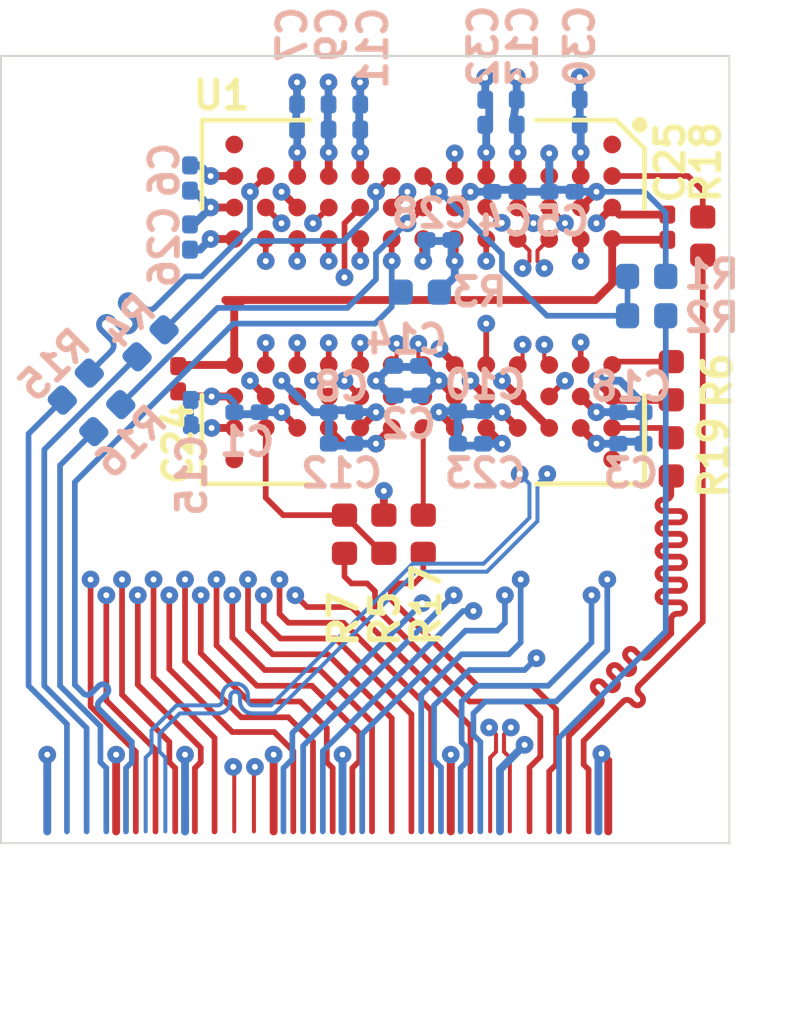
<source format=kicad_pcb>
(kicad_pcb (version 20221018) (generator pcbnew)
  (layers (0 "F.Cu" signal) (1 "In1.Cu" power) (2 "In2.Cu" power) (3 "In3.Cu" signal) (4 "In4.Cu" signal) (31 "B.Cu" signal) (34 "B.Paste" user) (35 "F.Paste" user) (36 "B.SilkS" user "B.Silkscreen") (37 "F.SilkS" user "F.Silkscreen") (38 "B.Mask" user) (39 "F.Mask" user) (44 "Edge.Cuts" user))
  (net 0 "")
  (net 1 "GND")
  (net 2 "VDDQ")
  (net 3 "RESET_N")
  (net 4 "CS_N")
  (net 5 "VDD")
  (net 6 "VPP")
  (net 7 "DQ3")
  (net 8 "DQ2")
  (net 9 "CA1")
  (net 10 "DQ1")
  (net 11 "CA0")
  (net 12 "DQ0")
  (net 13 "DQS_P")
  (net 14 "DQS_N")
  (net 15 "DQ7")
  (net 16 "DQ6")
  (net 17 "DQ5")
  (net 18 "DQ4")
  (net 19 "CA10")
  (net 20 "CA11")
  (net 21 "CA12")
  (net 22 "CA13")
  (net 23 "LBDQS")
  (net 24 "TDQS_P")
  (net 25 "LBDQ")
  (net 26 "TDQS_N")
  (net 27 "CA6")
  (net 28 "CA7")
  (net 29 "CLK_P")
  (net 30 "CA8")
  (net 31 "CLK_N")
  (net 32 "CA9")
  (net 33 "CA2")
  (net 34 "CA3")
  (net 35 "CA4")
  (net 36 "CA5")
  (net 37 "ALERT_N")
  (net 38 "TEN")
  (net 39 "OTD_CA_A")
  (net 40 "CAI")
  (net 41 "MIR")
  (net 42 "/DDR5/R_ODT_CA_A")
  (net 43 "/DDR5/R_ALERT_N")
  (net 44 "/DDR5/R_RESET_N")
  (net 45 "/DDR5/ZQ")
  (net 46 "/DDR5/R_CAI")
  (net 47 "/DDR5/R_MIR")
  (net 48 "/DDR5/R_TEN")
  (net 49 "/DDR5/R_LBDQ")
  (net 50 "/DDR5/R_LBDQS")
  (footprint "ddr5-testbed-footprints:0402-res" (layer "F.Cu") (at 150.225 91.15 -90)
    (fp_text reference "R5")
    (fp_text value "R_1k_0402")
  )
  (footprint "ddr5-testbed-footprints:0402-res" (layer "F.Cu") (at 157.525 87.25 -90)
    (fp_text reference "R6")
    (fp_text value "R_240R_1%_0402")
  )
  (footprint "ddr5-testbed-footprints:0402-res" (layer "F.Cu") (at 149.225 91.15 -90)
    (fp_text reference "R7")
    (fp_text value "R_0R_0402" hide)
  )
  (footprint "ddr5-testbed-footprints:0402-res" (layer "F.Cu") (at 157.525 89.185 -90)
    (fp_text reference "R19")
    (fp_text value "R_0R_0402" hide)
  )
  (footprint "ddr5-testbed-footprints:0201-res" (layer "F.Cu") (at 145 87.2 -90)
    (fp_text reference "C24")
    (fp_text value "C_100n_0201" hide)
  )
  (footprint "ddr5-testbed-footprints:0201-res" (layer "F.Cu") (at 157.425 83.35 90)
    (fp_text reference "C25")
    (fp_text value "C_100n_0201" hide)
  )
  (footprint "ddr5-testbed-footprints:0402-res" (layer "F.Cu") (at 158.325 83.575 -90)
    (fp_text reference "R18")
    (fp_text value "R_0R_0402" hide)
  )
  (footprint "ddr5-testbed-footprints:FVBGA-82_11x13_9.0x11.0mm" (layer "F.Cu") (at 151.225 85.25 -90)
    (fp_text reference "U1")
    (fp_text value "MT60B2G8HB-48B_A" hide)
  )
  (footprint "ddr5-testbed-footprints:0402-res" (layer "F.Cu") (at 151.225 91.15 -90)
    (fp_text reference "R17")
    (fp_text value "R_0R_0402" hide)
  )
  (footprint "antmicro-footprints:Simulation-Port" (layer "F.Cu") (at 152.825 87.055)
    (fp_text reference "SP6")
    (fp_text value "Simulation-Port")
  )
  (footprint "antmicro-footprints:Simulation-Port" (layer "F.Cu") (at 148.675 98.73)
    (fp_text reference "SP3")
    (fp_text value "Simulation-Port")
  )
  (footprint "antmicro-footprints:Simulation-Port" (layer "F.Cu") (at 148.175 98.73)
    (fp_text reference "SP2")
    (fp_text value "Simulation-Port")
  )
  (footprint "antmicro-footprints:Simulation-Port" (layer "F.Cu") (at 152.825 88.055)
    (fp_text reference "SP5")
    (fp_text value "Simulation-Port")
  )
  (footprint "antmicro-footprints:Simulation-Port" (layer "F.Cu") (at 152.825 83.4 180)
    (fp_text reference "SP4")
    (fp_text value "Simulation-Port")
  )
  (footprint "antmicro-footprints:Simulation-Port" (layer "F.Cu") (at 147.675 98.73)
    (fp_text reference "SP1")
    (fp_text value "Simulation-Port")
  )
  (footprint "ddr5-testbed-footprints:0402-res" (layer "B.Cu") (at 151.15 85)
    (fp_text reference "R3")
    (fp_text value "R_10k_0402" hide)
  )
  (footprint "ddr5-testbed-footprints:0402-res" (layer "B.Cu") (at 156.9 84.6 180)
    (fp_text reference "R1")
    (fp_text value "R_1k_0402")
  )
  (footprint "ddr5-testbed-footprints:0201-res" (layer "B.Cu") (at 156.5 88.05)
    (fp_text reference "C18")
    (fp_text value "C_100n_0201" hide)
  )
  (footprint "ddr5-testbed-footprints:0201-res" (layer "B.Cu") (at 153.6 80.425 90)
    (fp_text reference "C13")
    (fp_text value "C_100n_0201" hide)
  )
  (footprint "ddr5-testbed-footprints:0201-res" (layer "B.Cu") (at 148.02 80.55 90)
    (fp_text reference "C7")
    (fp_text value "C_100n_0201" hide)
  )
  (footprint "ddr5-testbed-footprints:0201-res" (layer "B.Cu") (at 156.5 88.85)
    (fp_text reference "C3")
    (fp_text value "C_100n_0201" hide)
  )
  (footprint "ddr5-testbed-footprints:0201-res" (layer "B.Cu") (at 153.3 82.45)
    (fp_text reference "C4")
    (fp_text value "C_100n_0201" hide)
  )
  (footprint "ddr5-testbed-footprints:0201-res" (layer "B.Cu") (at 145.3 82.1 -90)
    (fp_text reference "C6")
    (fp_text value "C_100n_0201" hide)
  )
  (footprint "ddr5-testbed-footprints:0201-res" (layer "B.Cu") (at 149.15 88.05 180)
    (fp_text reference "C8")
    (fp_text value "C_100n_0201" hide)
  )
  (footprint "ddr5-testbed-footprints:0201-res" (layer "B.Cu") (at 148.82 80.55 90)
    (fp_text reference "C9")
    (fp_text value "C_100n_0201" hide)
  )
  (footprint "ddr5-testbed-footprints:0201-res" (layer "B.Cu") (at 145.3 83.6 90)
    (fp_text reference "C26")
    (fp_text value "C_100n_0201" hide)
  )
  (footprint "ddr5-testbed-footprints:0201-res" (layer "B.Cu") (at 152.425 88.025 180)
    (fp_text reference "C10")
    (fp_text value "C_100n_0201" hide)
  )
  (footprint "ddr5-testbed-footprints:0201-res" (layer "B.Cu") (at 149.625 80.55 90)
    (fp_text reference "C11")
    (fp_text value "C_100n_0201" hide)
  )
  (footprint "ddr5-testbed-footprints:0201-res" (layer "B.Cu") (at 151.625 83.675)
    (fp_text reference "C28")
    (fp_text value "C_100n_0201" hide)
  )
  (footprint "ddr5-testbed-footprints:0201-res" (layer "B.Cu") (at 149.15 88.85 180)
    (fp_text reference "C12")
    (fp_text value "C_100n_0201" hide)
  )
  (footprint "ddr5-testbed-footprints:0201-res" (layer "B.Cu") (at 145.32 88.06 90)
    (fp_text reference "C15")
    (fp_text value "C_100n_0201" hide)
  )
  (footprint "ddr5-testbed-footprints:0201-res" (layer "B.Cu") (at 146.75 88.05 180)
    (fp_text reference "C1")
    (fp_text value "C_100n_0201" hide)
  )
  (footprint "ddr5-testbed-footprints:0402-res" (layer "B.Cu") (at 143.2 88.2 -135)
    (fp_text reference "R16")
    (fp_text value "R_0R_0402" hide)
  )
  (footprint "ddr5-testbed-footprints:0201-res" (layer "B.Cu") (at 155.2 80.425 90)
    (fp_text reference "C30")
    (fp_text value "C_100n_0201" hide)
  )
  (footprint "ddr5-testbed-footprints:0201-res" (layer "B.Cu") (at 152.8 80.43 90)
    (fp_text reference "C32")
    (fp_text value "C_100n_0201" hide)
  )
  (footprint "ddr5-testbed-footprints:0402-res" (layer "B.Cu") (at 142.4 87.4 -135)
    (fp_text reference "R15")
    (fp_text value "R_0R_0402" hide)
  )
  (footprint "ddr5-testbed-footprints:0201-res" (layer "B.Cu") (at 150.8 86.875 180)
    (fp_text reference "C14")
    (fp_text value "C_100n_0201" hide)
  )
  (footprint "ddr5-testbed-footprints:0402-res" (layer "B.Cu") (at 144.3 86.3 -135)
    (fp_text reference "R4")
    (fp_text value "R_0R_0402" hide)
  )
  (footprint "ddr5-testbed-footprints:0201-res" (layer "B.Cu") (at 152.425 88.85 180)
    (fp_text reference "C23")
    (fp_text value "C_100n_0201" hide)
  )
  (footprint "ddr5-testbed-footprints:0402-res" (layer "B.Cu") (at 156.9 85.6)
    (fp_text reference "R2")
    (fp_text value "R_0R_0402" hide)
  )
  (footprint "ddr5-testbed-footprints:0201-res" (layer "B.Cu") (at 154.75 82.45 180)
    (fp_text reference "C5")
    (fp_text value "C_100n_0201" hide)
  )
  (footprint "ddr5-testbed-footprints:0201-res" (layer "B.Cu") (at 150.825 87.625 180)
    (fp_text reference "C2")
    (fp_text value "C_100n_0201" hide)
  )
  (gr_line (start 156.2 88.8) (end 156.8 88.8) (stroke (width 0.2)) (layer "B.Cu"))
  (gr_line (start 150.5 86.9) (end 151.1 86.9) (stroke (width 0.2)) (layer "B.Cu"))
  (gr_line (start 149.6 80.9) (end 149.6 80.2) (stroke (width 0.2)) (layer "B.Cu"))
  (gr_line (start 155.2 80.7) (end 155.2 80.1) (stroke (width 0.2)) (layer "B.Cu"))
  (gr_line (start 148.8 88.9) (end 149.5 88.9) (stroke (width 0.2)) (layer "B.Cu"))
  (gr_line (start 145.3 88.3) (end 145.3 87.7) (stroke (width 0.2)) (layer "B.Cu"))
  (gr_line (start 152.1 88.9) (end 152.7 88.9) (stroke (width 0.2)) (layer "B.Cu"))
  (gr_line (start 147 88.1) (end 146.4 88.1) (stroke (width 0.2)) (layer "B.Cu"))
  (gr_line (start 148.8 80.9) (end 148.8 80.2) (stroke (width 0.2)) (layer "B.Cu"))
  (gr_line (start 154.4 82.4) (end 155.1 82.4) (stroke (width 0.2)) (layer "B.Cu"))
  (gr_line (start 152.1 88.1) (end 152.7 88.1) (stroke (width 0.2)) (layer "B.Cu"))
  (gr_line (start 148 80.3) (end 148 80.9) (stroke (width 0.2)) (layer "B.Cu"))
  (gr_line (start 153.5 80.7) (end 153.6 80.1) (stroke (width 0.2)) (layer "B.Cu"))
  (gr_line (start 156.2 88.1) (end 156.8 88.1) (stroke (width 0.2)) (layer "B.Cu"))
  (gr_line (start 150.5 87.6) (end 151.2 87.6) (stroke (width 0.2)) (layer "B.Cu"))
  (gr_line (start 152.9 80.7) (end 152.9 80.2) (stroke (width 0.2)) (layer "B.Cu"))
  (gr_line (start 151.3 83.7) (end 152 83.7) (stroke (width 0.2)) (layer "B.Cu"))
  (gr_line (start 148.8 88) (end 149.5 88) (stroke (width 0.2)) (layer "B.Cu"))
  (gr_line (start 153 82.4) (end 153.7 82.4) (stroke (width 0.2)) (layer "B.Cu"))
  (gr_rect (start 140.5 79) (end 159 99) (stroke (width 0.05)) (fill none) (layer "Edge.Cuts"))
  (segment (start 156.025 82.85) (end 155.625 83.25) (width 0.2) (layer "F.Cu") (net 1))
  (segment (start 153.625 87.65) (end 153.225 87.25) (width 0.2) (layer "F.Cu") (net 1))
  (segment (start 150.425 87.65) (end 150.025 87.25) (width 0.2) (layer "F.Cu") (net 1))
  (segment (start 146.425 82.85) (end 145.825 82.85) (width 0.2) (layer "F.Cu") (net 1))
  (segment (start 148.025 82.85) (end 147.625 82.45) (width 0.2) (layer "F.Cu") (net 1))
  (segment (start 156.025 87.65) (end 155.625 87.25) (width 0.2) (layer "F.Cu") (net 1))
  (segment (start 155.925 98.7) (end 155.925 96.9) (width 0.2) (layer "F.Cu") (net 1))
  (segment (start 157.425 83.03) (end 156.205 83.03) (width 0.2) (layer "F.Cu") (net 1))
  (segment (start 150.426514 82.85) (end 150.8241 82.452414) (width 0.2) (layer "F.Cu") (net 1))
  (segment (start 153.625 82.85) (end 154.025 83.25) (width 0.2) (layer "F.Cu") (net 1))
  (segment (start 152.025 83.65) (end 152.025 84.21) (width 0.2) (layer "F.Cu") (net 1))
  (segment (start 153.625 87.65) (end 154.425 88.45) (width 0.2) (layer "F.Cu") (net 1))
  (segment (start 151.925 98.7) (end 151.925 96.75) (width 0.2) (layer "F.Cu") (net 1))
  (segment (start 145.85 87.65) (end 145.13 87.65) (width 0.2) (layer "F.Cu") (net 1))
  (segment (start 156.205 83.03) (end 156.025 82.85) (width 0.2) (layer "F.Cu") (net 1))
  (segment (start 152.025 88.45) (end 151.625 88.05) (width 0.2) (layer "F.Cu") (net 1))
  (segment (start 150.425 82.85) (end 150.426514 82.85) (width 0.2) (layer "F.Cu") (net 1))
  (segment (start 147.425 98.7) (end 147.425 96.75) (width 0.2) (layer "F.Cu") (net 1))
  (segment (start 154.425 82.05) (end 154.425 81.475) (width 0.2) (layer "F.Cu") (net 1))
  (segment (start 152.025 82.05) (end 152.025 81.475) (width 0.145) (layer "F.Cu") (net 1))
  (segment (start 152.025 86.85) (end 152.025 86.828156) (width 0.2) (layer "F.Cu") (net 1))
  (segment (start 145.13 87.65) (end 145 87.52) (width 0.2) (layer "F.Cu") (net 1))
  (segment (start 143.425 98.7) (end 143.425 96.75) (width 0.2) (layer "F.Cu") (net 1))
  (segment (start 157.525 87.735) (end 156.11 87.735) (width 0.2) (layer "F.Cu") (net 1))
  (segment (start 155.925 96.9) (end 155.75 96.725) (width 0.2) (layer "F.Cu") (net 1))
  (segment (start 148.025 87.65) (end 147.625 87.25) (width 0.2) (layer "F.Cu") (net 1))
  (segment (start 156.11 87.735) (end 156.025 87.65) (width 0.2) (layer "F.Cu") (net 1))
  (segment (start 152.025 86.828156) (end 151.63685 86.440006) (width 0.2) (layer "F.Cu") (net 1))
  (segment (start 145.85 87.65) (end 146.425 87.65) (width 0.2) (layer "F.Cu") (net 1))
  (via (at 152.025 84.21) (size 0.45) (drill 0.15) (layers "F.Cu" "B.Cu") (net 1))
  (via (at 141.675 96.75) (size 0.45) (drill 0.15) (layers "F.Cu" "B.Cu") (net 1))
  (via (at 150.025 87.25) (size 0.45) (drill 0.15) (layers "F.Cu" "B.Cu") (net 1))
  (via (at 154.025 83.25) (size 0.45) (drill 0.15) (layers "F.Cu" "B.Cu") (net 1))
  (via (at 153.8 96.5) (size 0.45) (drill 0.15) (layers "F.Cu" "B.Cu") (net 1))
  (via (at 145.85 87.65) (size 0.45) (drill 0.15) (layers "F.Cu" "B.Cu") (net 1))
  (via (at 149.175 96.75) (size 0.45) (drill 0.15) (layers "F.Cu" "B.Cu") (net 1))
  (via (at 151.63685 86.440006) (size 0.45) (drill 0.15) (layers "F.Cu" "B.Cu") (net 1))
  (via (at 148.82 79.67) (size 0.45) (drill 0.15) (layers "F.Cu" "B.Cu") (net 1))
  (via (at 150.8241 82.452414) (size 0.45) (drill 0.15) (layers "F.Cu" "B.Cu") (net 1))
  (via (at 152.025 81.475) (size 0.45) (drill 0.15) (layers "F.Cu" "B.Cu") (net 1))
  (via (at 143.425 96.75) (size 0.45) (drill 0.15) (layers "F.Cu" "B.Cu") (net 1))
  (via (at 154.425 81.475) (size 0.45) (drill 0.15) (layers "F.Cu" "B.Cu") (net 1))
  (via (at 155.2 79.54) (size 0.45) (drill 0.15) (layers "F.Cu" "B.Cu") (net 1))
  (via (at 151.625 88.05) (size 0.45) (drill 0.15) (layers "F.Cu" "B.Cu") (net 1))
  (via (at 145.175 96.75) (size 0.45) (drill 0.15) (layers "F.Cu" "B.Cu") (net 1))
  (via (at 148.02 79.67) (size 0.45) (drill 0.15) (layers "F.Cu" "B.Cu") (net 1))
  (via (at 149.62 79.67) (size 0.45) (drill 0.15) (layers "F.Cu" "B.Cu") (net 1))
  (via (at 145.825 82.85) (size 0.45) (drill 0.15) (layers "F.Cu" "B.Cu") (net 1))
  (via (at 151.925 96.75) (size 0.45) (drill 0.15) (layers "F.Cu" "B.Cu") (net 1))
  (via (at 152.8 79.55) (size 0.45) (drill 0.15) (layers "F.Cu" "B.Cu") (net 1))
  (via (at 153.225 87.25) (size 0.45) (drill 0.15) (layers "F.Cu" "B.Cu") (net 1))
  (via (at 147.625 87.25) (size 0.45) (drill 0.15) (layers "F.Cu" "B.Cu") (net 1))
  (via (at 155.625 87.25) (size 0.45) (drill 0.15) (layers "F.Cu" "B.Cu") (net 1))
  (via (at 147.625 82.45) (size 0.45) (drill 0.15) (layers "F.Cu" "B.Cu") (net 1))
  (via (at 155.625 83.25) (size 0.45) (drill 0.15) (layers "F.Cu" "B.Cu") (net 1))
  (via (at 147.425 96.75) (size 0.45) (drill 0.15) (layers "F.Cu" "B.Cu") (net 1))
  (via (at 153.6 79.54) (size 0.45) (drill 0.15) (layers "F.Cu" "B.Cu") (net 1))
  (via (at 155.75 96.725) (size 0.45) (drill 0.15) (layers "F.Cu" "B.Cu") (net 1))
  (segment (start 151.65 88.025) (end 151.625 88.05) (width 0.2) (layer "B.Cu") (net 1))
  (segment (start 149.625 79.675) (end 149.62 79.67) (width 0.2) (layer "B.Cu") (net 1))
  (segment (start 145.85 87.65) (end 146.28 87.65) (width 0.145) (layer "B.Cu") (net 1))
  (segment (start 153.6 80.105) (end 153.6 79.54) (width 0.2) (layer "B.Cu") (net 1))
  (segment (start 152.025 84.61) (end 151.635 85) (width 0.2) (layer "B.Cu") (net 1))
  (segment (start 145.175 98.2) (end 145.175 96.75) (width 0.1016) (layer "B.Cu") (net 1))
  (segment (start 155.675 96.8) (end 155.75 96.725) (width 0.2) (layer "B.Cu") (net 1))
  (segment (start 156.82 88.85) (end 156.82 88.05) (width 0.2) (layer "B.Cu") (net 1))
  (segment (start 145.3 82.42) (end 145.395 82.42) (width 0.2) (layer "B.Cu") (net 1))
  (segment (start 150.505 87.625) (end 150.4 87.625) (width 0.2) (layer "B.Cu") (net 1))
  (segment (start 149.175 98.7) (end 149.175 96.75) (width 0.2) (layer "B.Cu") (net 1))
  (segment (start 153.175 98.7) (end 153.175 97.125) (width 0.2) (layer "B.Cu") (net 1))
  (segment (start 156.22 87.25) (end 155.625 87.25) (width 0.2) (layer "B.Cu") (net 1))
  (segment (start 154.43 82.45) (end 154.43 81.48) (width 0.2) (layer "B.Cu") (net 1))
  (segment (start 145.3 83.28) (end 145.395 83.28) (width 0.2) (layer "B.Cu") (net 1))
  (segment (start 148.425 88.05) (end 147.625 87.25) (width 0.2) (layer "B.Cu") (net 1))
  (segment (start 151.945 84.13) (end 152.025 84.21) (width 0.2) (layer "B.Cu") (net 1))
  (segment (start 152.025 84.21) (end 152.025 84.61) (width 0.2) (layer "B.Cu") (net 1))
  (segment (start 150.4 87.625) (end 150.025 87.25) (width 0.2) (layer "B.Cu") (net 1))
  (segment (start 155.2 80.105) (end 155.2 79.54) (width 0.2) (layer "B.Cu") (net 1))
  (segment (start 145.41 87.65) (end 145.32 87.74) (width 0.145) (layer "B.Cu") (net 1))
  (segment (start 152.105 88.025) (end 151.65 88.025) (width 0.2) (layer "B.Cu") (net 1))
  (segment (start 154.43 81.48) (end 154.425 81.475) (width 0.2) (layer "B.Cu") (net 1))
  (segment (start 141.675 96.75) (end 141.675 97.135046) (width 0.2) (layer "B.Cu") (net 1))
  (segment (start 145.175 98.7) (end 145.175 98.2) (width 0.2) (layer "B.Cu") (net 1))
  (segment (start 145.395 82.42) (end 145.825 82.85) (width 0.2) (layer "B.Cu") (net 1))
  (segment (start 141.675 97.135046) (end 141.675 98.7) (width 0.2) (layer "B.Cu") (net 1))
  (segment (start 150.4 86.875) (end 150.025 87.25) (width 0.2) (layer "B.Cu") (net 1))
  (segment (start 150.48 86.875) (end 150.4 86.875) (width 0.2) (layer "B.Cu") (net 1))
  (segment (start 156.82 87.85) (end 156.22 87.25) (width 0.2) (layer "B.Cu") (net 1))
  (segment (start 155.675 98.7) (end 155.675 96.8) (width 0.2) (layer "B.Cu") (net 1))
  (segment (start 149.625 80.23) (end 149.625 79.675) (width 0.2) (layer "B.Cu") (net 1))
  (segment (start 156.82 88.05) (end 156.82 87.85) (width 0.2) (layer "B.Cu") (net 1))
  (segment (start 151.945 83.675) (end 151.945 84.13) (width 0.2) (layer "B.Cu") (net 1))
  (segment (start 148.02 80.23) (end 148.02 79.67) (width 0.2) (layer "B.Cu") (net 1))
  (segment (start 148.83 88.85) (end 148.83 88.05) (width 0.2) (layer "B.Cu") (net 1))
  (segment (start 146.28 87.65) (end 146.43 87.8) (width 0.145) (layer "B.Cu") (net 1))
  (segment (start 148.82 80.23) (end 148.82 79.67) (width 0.2) (layer "B.Cu") (net 1))
  (segment (start 152.105 88.85) (end 152.105 88.025) (width 0.2) (layer "B.Cu") (net 1))
  (segment (start 146.43 87.8) (end 146.43 88.05) (width 0.145) (layer "B.Cu") (net 1))
  (segment (start 148.83 88.05) (end 148.425 88.05) (width 0.2) (layer "B.Cu") (net 1))
  (segment (start 145.85 87.65) (end 145.41 87.65) (width 0.145) (layer "B.Cu") (net 1))
  (segment (start 152.8 80.11) (end 152.8 79.55) (width 0.2) (layer "B.Cu") (net 1))
  (segment (start 145.395 83.28) (end 145.825 82.85) (width 0.2) (layer "B.Cu") (net 1))
  (segment (start 153.62 82.45) (end 154.43 82.45) (width 0.2) (layer "B.Cu") (net 1))
  (segment (start 145.175 98.7) (end 145.175 96.75) (width 0.2) (layer "B.Cu") (net 1))
  (segment (start 153.8 96.5) (end 153.175 97.125) (width 0.2) (layer "B.Cu") (net 1))
  (segment (start 149.625 88.45) (end 150.025 88.05) (width 0.2) (layer "F.Cu") (net 2))
  (segment (start 155.625 82.45) (end 155.225 82.85) (width 0.2) (layer "F.Cu") (net 2))
  (segment (start 148.025 88.45) (end 147.625 88.05) (width 0.2) (layer "F.Cu") (net 2))
  (segment (start 153.625 88.45) (end 153.225 88.05) (width 0.2) (layer "F.Cu") (net 2))
  (segment (start 151.225 87.65) (end 151.625 87.25) (width 0.2) (layer "F.Cu") (net 2))
  (segment (start 148.025 82.05) (end 148.025 81.45) (width 0.2) (layer "F.Cu") (net 2))
  (segment (start 152.425 82.45) (end 152.025 82.85) (width 0.2) (layer "F.Cu") (net 2))
  (segment (start 150.225 90.665) (end 150.225 90.05) (width 0.2) (layer "F.Cu") (net 2))
  (segment (start 153.625 82.05) (end 153.625 81.45) (width 0.2) (layer "F.Cu") (net 2))
  (segment (start 152.025 87.65) (end 151.625 87.25) (width 0.2) (layer "F.Cu") (net 2))
  (segment (start 149.625 82.05) (end 149.625 81.45) (width 0.2) (layer "F.Cu") (net 2))
  (segment (start 155.225 87.65) (end 155.625 88.05) (width 0.2) (layer "F.Cu") (net 2))
  (via (at 150.025 88.05) (size 0.45) (drill 0.15) (layers "F.Cu" "B.Cu") (net 2))
  (via (at 151.625 87.25) (size 0.45) (drill 0.15) (layers "F.Cu" "B.Cu") (net 2))
  (via (at 148.025 81.45) (size 0.45) (drill 0.15) (layers "F.Cu" "B.Cu") (net 2))
  (via (at 150.225 90.05) (size 0.45) (drill 0.15) (layers "F.Cu" "B.Cu") (net 2))
  (via (at 149.625 81.45) (size 0.45) (drill 0.15) (layers "F.Cu" "B.Cu") (net 2))
  (via (at 152.425 82.45) (size 0.45) (drill 0.15) (layers "F.Cu" "B.Cu") (net 2))
  (via (at 153.225 88.05) (size 0.45) (drill 0.15) (layers "F.Cu" "B.Cu") (net 2))
  (via (at 155.625 88.05) (size 0.45) (drill 0.15) (layers "F.Cu" "B.Cu") (net 2))
  (via (at 147.625 88.05) (size 0.45) (drill 0.15) (layers "F.Cu" "B.Cu") (net 2))
  (via (at 155.625 82.45) (size 0.45) (drill 0.15) (layers "F.Cu" "B.Cu") (net 2))
  (via (at 153.625 81.45) (size 0.45) (drill 0.15) (layers "F.Cu" "B.Cu") (net 2))
  (segment (start 153.2 88.025) (end 153.225 88.05) (width 0.2) (layer "B.Cu") (net 2))
  (segment (start 147.07 88.05) (end 147.625 88.05) (width 0.2) (layer "B.Cu") (net 2))
  (segment (start 151.12 86.875) (end 151.25 86.875) (width 0.2) (layer "B.Cu") (net 2))
  (segment (start 157.385 84.6) (end 157.385 82.985) (width 0.145) (layer "B.Cu") (net 2))
  (segment (start 157.385 82.985) (end 156.85 82.45) (width 0.145) (layer "B.Cu") (net 2))
  (segment (start 149.625 81.45) (end 149.625 80.87) (width 0.2) (layer "B.Cu") (net 2))
  (segment (start 155.625 82.45) (end 155.07 82.45) (width 0.2) (layer "B.Cu") (net 2))
  (segment (start 151.25 86.875) (end 151.625 87.25) (width 0.2) (layer "B.Cu") (net 2))
  (segment (start 156.18 88.05) (end 155.625 88.05) (width 0.2) (layer "B.Cu") (net 2))
  (segment (start 151.145 87.625) (end 151.25 87.625) (width 0.2) (layer "B.Cu") (net 2))
  (segment (start 149.47 88.05) (end 150.025 88.05) (width 0.2) (layer "B.Cu") (net 2))
  (segment (start 156.85 82.45) (end 155.625 82.45) (width 0.145) (layer "B.Cu") (net 2))
  (segment (start 148.025 80.875) (end 148.02 80.87) (width 0.2) (layer "B.Cu") (net 2))
  (segment (start 153.625 80.77) (end 153.6 80.745) (width 0.2) (layer "B.Cu") (net 2))
  (segment (start 152.98 82.45) (end 152.425 82.45) (width 0.2) (layer "B.Cu") (net 2))
  (segment (start 151.25 87.625) (end 151.625 87.25) (width 0.2) (layer "B.Cu") (net 2))
  (segment (start 153.625 81.45) (end 153.625 80.77) (width 0.2) (layer "B.Cu") (net 2))
  (segment (start 152.745 88.025) (end 153.2 88.025) (width 0.2) (layer "B.Cu") (net 2))
  (segment (start 148.025 81.45) (end 148.025 80.875) (width 0.2) (layer "B.Cu") (net 2))
  (segment (start 153.925 98.7) (end 153.925 97.073202) (width 0.145) (layer "F.Cu") (net 3))
  (segment (start 149.8 92.4) (end 149.4 92.4) (width 0.145) (layer "F.Cu") (net 3))
  (segment (start 149.225 92.225) (end 149.225 91.635) (width 0.145) (layer "F.Cu") (net 3))
  (segment (start 149.4 92.4) (end 149.225 92.225) (width 0.145) (layer "F.Cu") (net 3))
  (segment (start 154.199101 95.799101) (end 153.8 95.4) (width 0.145) (layer "F.Cu") (net 3))
  (segment (start 153.8 95.4) (end 152.4 95.4) (width 0.145) (layer "F.Cu") (net 3))
  (segment (start 150 93) (end 150 92.6) (width 0.145) (layer "F.Cu") (net 3))
  (segment (start 152.4 95.4) (end 150 93) (width 0.145) (layer "F.Cu") (net 3))
  (segment (start 150 92.6) (end 149.8 92.4) (width 0.145) (layer "F.Cu") (net 3))
  (segment (start 154.199101 96.799101) (end 154.199101 95.799101) (width 0.145) (layer "F.Cu") (net 3))
  (segment (start 153.925 97.073202) (end 154.199101 96.799101) (width 0.145) (layer "F.Cu") (net 3))
  (segment (start 150.425 83.65) (end 150.425 84.21) (width 0.145) (layer "F.Cu") (net 4))
  (via (at 150.425 84.21) (size 0.45) (drill 0.15) (layers "F.Cu" "B.Cu") (net 4))
  (segment (start 143.13216 94.968743) (end 143.100505 94.961518) (width 0.145) (layer "B.Cu") (net 4))
  (segment (start 142.979755 95.574614) (end 142.965667 95.545359) (width 0.145) (layer "B.Cu") (net 4))
  (segment (start 142.740298 95.224209) (end 142.708643 95.231435) (width 0.145) (layer "B.Cu") (net 4))
  (segment (start 143.068035 94.961518) (end 143.03638 94.968743) (width 0.145) (layer "B.Cu") (net 4))
  (segment (start 143.100505 94.961518) (end 143.068035 94.961518) (width 0.145) (layer "B.Cu") (net 4))
  (segment (start 150 85.8) (end 150.425 85.375) (width 0.145) (layer "B.Cu") (net 4))
  (segment (start 142.615263 95.210121) (end 142.589878 95.189878) (width 0.145) (layer "B.Cu") (net 4))
  (segment (start 142.794938 95.189877) (end 142.769552 95.210121) (width 0.145) (layer "B.Cu") (net 4))
  (segment (start 143.221133 95.153497) (end 143.228359 95.121842) (width 0.145) (layer "B.Cu") (net 4))
  (segment (start 143.221133 95.057716) (end 143.207045 95.028462) (width 0.145) (layer "B.Cu") (net 4))
  (segment (start 150.45 85) (end 150.425 85.025) (width 0.1016) (layer "B.Cu") (net 4))
  (segment (start 142.769552 95.210121) (end 142.740298 95.224209) (width 0.145) (layer "B.Cu") (net 4))
  (segment (start 143.228359 95.121842) (end 143.228359 95.089372) (width 0.145) (layer "B.Cu") (net 4))
  (segment (start 143.675 97.09067) (end 143.824101 96.941569) (width 0.145) (layer "B.Cu") (net 4))
  (segment (start 150.665 85) (end 150.45 85) (width 0.1016) (layer "B.Cu") (net 4))
  (segment (start 142.965667 95.545359) (end 142.958442 95.513704) (width 0.145) (layer "B.Cu") (net 4))
  (segment (start 146.4 85.8) (end 150 85.8) (width 0.145) (layer "B.Cu") (net 4))
  (segment (start 142.965667 95.449579) (end 142.979755 95.420324) (width 0.145) (layer "B.Cu") (net 4))
  (segment (start 143.207045 95.028462) (end 143.186801 95.003076) (width 0.145) (layer "B.Cu") (net 4))
  (segment (start 143.161415 94.982831) (end 143.13216 94.968743) (width 0.145) (layer "B.Cu") (net 4))
  (segment (start 143.228359 95.089372) (end 143.221133 95.057716) (width 0.145) (layer "B.Cu") (net 4))
  (segment (start 143.007125 94.982831) (end 142.98174 95.003076) (width 0.145) (layer "B.Cu") (net 4))
  (segment (start 142.958442 95.481234) (end 142.965667 95.449579) (width 0.145) (layer "B.Cu") (net 4))
  (segment (start 143.207045 95.182751) (end 143.221133 95.153497) (width 0.145) (layer "B.Cu") (net 4))
  (segment (start 142.979755 95.420324) (end 143 95.394939) (width 0.145) (layer "B.Cu") (net 4))
  (segment (start 142.958442 95.513704) (end 142.958442 95.481234) (width 0.145) (layer "B.Cu") (net 4))
  (segment (start 143.675 98.7) (end 143.675 97.09067) (width 0.145) (layer "B.Cu") (net 4))
  (segment (start 142.708643 95.231435) (end 142.676173 95.231435) (width 0.145) (layer "B.Cu") (net 4))
  (segment (start 143.186801 95.208137) (end 143.207045 95.182751) (width 0.145) (layer "B.Cu") (net 4))
  (segment (start 142.676173 95.231435) (end 142.644517 95.224209) (width 0.145) (layer "B.Cu") (net 4))
  (segment (start 150.425 85.025) (end 150.425 84.21) (width 0.145) (layer "B.Cu") (net 4))
  (segment (start 142.98174 95.003076) (end 142.794938 95.189877) (width 0.145) (layer "B.Cu") (net 4))
  (segment (start 142.375899 89.824101) (end 146.4 85.8) (width 0.145) (layer "B.Cu") (net 4))
  (segment (start 143 95.394939) (end 143.186801 95.208137) (width 0.145) (layer "B.Cu") (net 4))
  (segment (start 143 95.6) (end 142.979755 95.574614) (width 0.145) (layer "B.Cu") (net 4))
  (segment (start 143.186801 95.003076) (end 143.161415 94.982831) (width 0.145) (layer "B.Cu") (net 4))
  (segment (start 142.644517 95.224209) (end 142.615263 95.210121) (width 0.145) (layer "B.Cu") (net 4))
  (segment (start 143.824101 96.424101) (end 143 95.6) (width 0.145) (layer "B.Cu") (net 4))
  (segment (start 143.824101 96.941569) (end 143.824101 96.424101) (width 0.145) (layer "B.Cu") (net 4))
  (segment (start 150.425 85.375) (end 150.425 85.025) (width 0.145) (layer "B.Cu") (net 4))
  (segment (start 142.375899 94.975899) (end 142.375899 89.824101) (width 0.145) (layer "B.Cu") (net 4))
  (segment (start 143.03638 94.968743) (end 143.007125 94.982831) (width 0.145) (layer "B.Cu") (net 4))
  (segment (start 142.589878 95.189878) (end 142.375899 94.975899) (width 0.145) (layer "B.Cu") (net 4))
  (segment (start 146.425 88.45) (end 145.85 88.45) (width 0.2) (layer "F.Cu") (net 5))
  (segment (start 151.225 83.65) (end 151.225 84.21) (width 0.2) (layer "F.Cu") (net 5))
  (segment (start 146.425 82.05) (end 145.825 82.05) (width 0.2) (layer "F.Cu") (net 5))
  (segment (start 155.225 88.45) (end 155.625 88.85) (width 0.2) (layer "F.Cu") (net 5))
  (segment (start 155.225 82.05) (end 155.225 81.45) (width 0.2) (layer "F.Cu") (net 5))
  (segment (start 152.825 88.45) (end 153.225 88.85) (width 0.2) (layer "F.Cu") (net 5))
  (segment (start 148.825 82.05) (end 148.825 81.45) (width 0.2) (layer "F.Cu") (net 5))
  (segment (start 150.425 88.45) (end 150.025 88.85) (width 0.2) (layer "F.Cu") (net 5))
  (segment (start 146.425 83.65) (end 145.825 83.65) (width 0.2) (layer "F.Cu") (net 5))
  (segment (start 149.225 88.85) (end 148.825 88.45) (width 0.145) (layer "F.Cu") (net 5))
  (segment (start 152.825 82.05) (end 152.825 81.45) (width 0.2) (layer "F.Cu") (net 5))
  (segment (start 150.025 88.85) (end 149.225 88.85) (width 0.145) (layer "F.Cu") (net 5))
  (via (at 151.225 84.21) (size 0.45) (drill 0.15) (layers "F.Cu" "B.Cu") (net 5))
  (via (at 153.225 88.85) (size 0.45) (drill 0.15) (layers "F.Cu" "B.Cu") (net 5))
  (via (at 145.825 82.05) (size 0.45) (drill 0.15) (layers "F.Cu" "B.Cu") (net 5))
  (via (at 145.85 88.45) (size 0.45) (drill 0.15) (layers "F.Cu" "B.Cu") (net 5))
  (via (at 152.825 81.45) (size 0.45) (drill 0.15) (layers "F.Cu" "B.Cu") (net 5))
  (via (at 145.825 83.65) (size 0.45) (drill 0.15) (layers "F.Cu" "B.Cu") (net 5))
  (via (at 150.025 88.85) (size 0.45) (drill 0.15) (layers "F.Cu" "B.Cu") (net 5))
  (via (at 155.225 81.45) (size 0.45) (drill 0.15) (layers "F.Cu" "B.Cu") (net 5))
  (via (at 155.625 88.85) (size 0.45) (drill 0.15) (layers "F.Cu" "B.Cu") (net 5))
  (via (at 148.825 81.45) (size 0.45) (drill 0.15) (layers "F.Cu" "B.Cu") (net 5))
  (segment (start 156.18 88.85) (end 155.625 88.85) (width 0.2) (layer "B.Cu") (net 5))
  (segment (start 151.305 83.675) (end 151.305 84.13) (width 0.2) (layer "B.Cu") (net 5))
  (segment (start 153.225 88.85) (end 152.745 88.85) (width 0.2) (layer "B.Cu") (net 5))
  (segment (start 145.3 81.78) (end 145.555 81.78) (width 0.2) (layer "B.Cu") (net 5))
  (segment (start 148.825 80.875) (end 148.82 80.87) (width 0.2) (layer "B.Cu") (net 5))
  (segment (start 149.47 88.85) (end 150.025 88.85) (width 0.2) (layer "B.Cu") (net 5))
  (segment (start 145.39 88.45) (end 145.32 88.38) (width 0.2) (layer "B.Cu") (net 5))
  (segment (start 155.225 81.45) (end 155.225 80.77) (width 0.2) (layer "B.Cu") (net 5))
  (segment (start 152.825 81.45) (end 152.825 80.745) (width 0.2) (layer "B.Cu") (net 5))
  (segment (start 145.85 88.45) (end 145.39 88.45) (width 0.2) (layer "B.Cu") (net 5))
  (segment (start 145.3 83.92) (end 145.555 83.92) (width 0.2) (layer "B.Cu") (net 5))
  (segment (start 151.305 84.13) (end 151.225 84.21) (width 0.2) (layer "B.Cu") (net 5))
  (segment (start 148.825 81.45) (end 148.825 80.875) (width 0.2) (layer "B.Cu") (net 5))
  (segment (start 145.555 83.92) (end 145.825 83.65) (width 0.2) (layer "B.Cu") (net 5))
  (segment (start 145.555 81.78) (end 145.825 82.05) (width 0.2) (layer "B.Cu") (net 5))
  (segment (start 155.225 80.77) (end 155.2 80.745) (width 0.2) (layer "B.Cu") (net 5))
  (segment (start 146.425 86.85) (end 146.425 85.425) (width 0.2) (layer "F.Cu") (net 6))
  (segment (start 145.03 86.85) (end 145 86.88) (width 0.2) (layer "F.Cu") (net 6))
  (segment (start 146.65 85.2) (end 155.6 85.2) (width 0.2) (layer "F.Cu") (net 6))
  (segment (start 156.045 83.67) (end 156.025 83.65) (width 0.2) (layer "F.Cu") (net 6))
  (segment (start 146.2 85.2) (end 146.65 85.2) (width 0.2) (layer "F.Cu") (net 6))
  (segment (start 157.425 83.67) (end 156.045 83.67) (width 0.2) (layer "F.Cu") (net 6))
  (segment (start 146.425 85.425) (end 146.2 85.2) (width 0.2) (layer "F.Cu") (net 6))
  (segment (start 156.025 84.775) (end 156.025 83.65) (width 0.2) (layer "F.Cu") (net 6))
  (segment (start 146.425 86.85) (end 145.03 86.85) (width 0.2) (layer "F.Cu") (net 6))
  (segment (start 146.425 85.425) (end 146.65 85.2) (width 0.2) (layer "F.Cu") (net 6))
  (segment (start 155.6 85.2) (end 156.025 84.775) (width 0.2) (layer "F.Cu") (net 6))
  (segment (start 155.225 86.85) (end 155.225 86.275) (width 0.145) (layer "F.Cu") (net 7))
  (via (at 154.1 94.3) (size 0.45) (drill 0.15) (layers "F.Cu" "B.Cu") (net 7))
  (via (at 155.225 86.275) (size 0.45) (drill 0.15) (layers "F.Cu" "B.Cu") (net 7))
  (segment (start 153.8 94.6) (end 152.4 94.6) (width 0.145) (layer "B.Cu") (net 7))
  (segment (start 151.5 95.5) (end 151.5 96.9) (width 0.145) (layer "B.Cu") (net 7))
  (segment (start 154.1 94.3) (end 153.8 94.6) (width 0.145) (layer "B.Cu") (net 7))
  (segment (start 151.675 97.075) (end 151.675 98.7) (width 0.145) (layer "B.Cu") (net 7))
  (segment (start 151.5 96.9) (end 151.675 97.075) (width 0.145) (layer "B.Cu") (net 7))
  (segment (start 152.4 94.6) (end 151.5 95.5) (width 0.145) (layer "B.Cu") (net 7))
  (segment (start 155.225 83.65) (end 155.225 84.21) (width 0.145) (layer "F.Cu") (net 8))
  (via (at 155.5 92.7) (size 0.45) (drill 0.15) (layers "F.Cu" "B.Cu") (net 8))
  (via (at 155.225 84.21) (size 0.45) (drill 0.15) (layers "F.Cu" "B.Cu") (net 8))
  (segment (start 152.6 95) (end 152.2 95.4) (width 0.145) (layer "B.Cu") (net 8))
  (segment (start 152.2 95.4) (end 152.2 96.43433) (width 0.145) (layer "B.Cu") (net 8))
  (segment (start 152.2 96.43433) (end 152.324101 96.558431) (width 0.145) (layer "B.Cu") (net 8))
  (segment (start 155.5 92.7) (end 155.5 93.9) (width 0.145) (layer "B.Cu") (net 8))
  (segment (start 152.324101 96.941569) (end 152.175 97.09067) (width 0.145) (layer "B.Cu") (net 8))
  (segment (start 154.4 95) (end 152.6 95) (width 0.145) (layer "B.Cu") (net 8))
  (segment (start 152.175 97.09067) (end 152.175 98.7) (width 0.145) (layer "B.Cu") (net 8))
  (segment (start 152.324101 96.558431) (end 152.324101 96.941569) (width 0.145) (layer "B.Cu") (net 8))
  (segment (start 155.5 93.9) (end 154.4 95) (width 0.145) (layer "B.Cu") (net 8))
  (segment (start 149.625 86.85) (end 149.625 86.29) (width 0.145) (layer "F.Cu") (net 9))
  (segment (start 152.425 98.7) (end 152.425 96.025) (width 0.145) (layer "F.Cu") (net 9))
  (segment (start 148.275 93) (end 147.975 92.7) (width 0.145) (layer "F.Cu") (net 9))
  (segment (start 149.4 93) (end 148.275 93) (width 0.145) (layer "F.Cu") (net 9))
  (segment (start 152.425 96.025) (end 149.4 93) (width 0.145) (layer "F.Cu") (net 9))
  (via (at 149.625 86.29) (size 0.45) (drill 0.15) (layers "F.Cu" "B.Cu") (net 9))
  (via (at 147.975 92.7) (size 0.45) (drill 0.15) (layers "F.Cu" "B.Cu") (net 9))
  (segment (start 154.425 87.65) (end 154.825 87.25) (width 0.145) (layer "F.Cu") (net 10))
  (via (at 154.825 87.25) (size 0.45) (drill 0.15) (layers "F.Cu" "B.Cu") (net 10))
  (via (at 153.7 92.3) (size 0.45) (drill 0.15) (layers "F.Cu" "B.Cu") (net 10))
  (segment (start 152.2 94.2) (end 151.175 95.225) (width 0.145) (layer "B.Cu") (net 10))
  (segment (start 153.7 92.3) (end 153.7 93.9) (width 0.145) (layer "B.Cu") (net 10))
  (segment (start 151.175 95.925) (end 151.175 98.7) (width 0.145) (layer "B.Cu") (net 10))
  (segment (start 151.175 95.225) (end 151.175 95.925) (width 0.145) (layer "B.Cu") (net 10))
  (segment (start 153.4 94.2) (end 152.2 94.2) (width 0.145) (layer "B.Cu") (net 10))
  (segment (start 153.7 93.9) (end 153.4 94.2) (width 0.145) (layer "B.Cu") (net 10))
  (segment (start 148.425 96.425) (end 148.425 98.7) (width 0.145) (layer "F.Cu") (net 11))
  (segment (start 147.8 95.8) (end 148.425 96.425) (width 0.145) (layer "F.Cu") (net 11))
  (segment (start 149.625 83.65) (end 149.625 84.21) (width 0.145) (layer "F.Cu") (net 11))
  (segment (start 146.6 95.8) (end 147.8 95.8) (width 0.145) (layer "F.Cu") (net 11))
  (segment (start 145.175 92.3) (end 145.175 94.375) (width 0.145) (layer "F.Cu") (net 11))
  (segment (start 145.175 94.375) (end 146.6 95.8) (width 0.145) (layer "F.Cu") (net 11))
  (via (at 145.175 92.3) (size 0.45) (drill 0.15) (layers "F.Cu" "B.Cu") (net 11))
  (via (at 149.625 84.21) (size 0.45) (drill 0.15) (layers "F.Cu" "B.Cu") (net 11))
  (segment (start 154.425 82.85) (end 154.825 83.25) (width 0.145) (layer "F.Cu") (net 12))
  (via (at 154.825 83.25) (size 0.45) (drill 0.15) (layers "F.Cu" "B.Cu") (net 12))
  (via (at 155.9 92.3) (size 0.45) (drill 0.15) (layers "F.Cu" "B.Cu") (net 12))
  (segment (start 152.8 95.4) (end 152.500099 95.699901) (width 0.145) (layer "B.Cu") (net 12))
  (segment (start 154.6 95.4) (end 152.8 95.4) (width 0.145) (layer "B.Cu") (net 12))
  (segment (start 155.9 94.1) (end 154.6 95.4) (width 0.145) (layer "B.Cu") (net 12))
  (segment (start 152.500099 96.251518) (end 152.675 96.426419) (width 0.145) (layer "B.Cu") (net 12))
  (segment (start 155.9 92.3) (end 155.9 94.1) (width 0.145) (layer "B.Cu") (net 12))
  (segment (start 152.675 96.426419) (end 152.675 98.7) (width 0.145) (layer "B.Cu") (net 12))
  (segment (start 152.500099 95.699901) (end 152.500099 96.251518) (width 0.145) (layer "B.Cu") (net 12))
  (segment (start 154.1266 84.215444) (end 154.3008 84.389644) (width 0.1016) (layer "F.Cu") (net 13))
  (segment (start 153.425 98.7) (end 153.425 96.824999) (width 0.1016) (layer "F.Cu") (net 13))
  (segment (start 153.2766 96.676599) (end 153.2766 96.234149) (width 0.1016) (layer "F.Cu") (net 13))
  (segment (start 153.425 96.824999) (end 153.2766 96.676599) (width 0.1016) (layer "F.Cu") (net 13))
  (segment (start 154.425 83.65) (end 154.1266 83.9484) (width 0.1016) (layer "F.Cu") (net 13))
  (segment (start 154.1266 83.9484) (end 154.1266 84.215444) (width 0.1016) (layer "F.Cu") (net 13))
  (segment (start 153.2766 96.234149) (end 153.4508 96.059949) (width 0.1016) (layer "F.Cu") (net 13))
  (via (at 153.4508 96.059949) (size 0.45) (drill 0.15) (layers "F.Cu" "B.Cu") (net 13))
  (via (at 154.3008 84.389644) (size 0.45) (drill 0.15) (layers "F.Cu" "B.Cu") (net 13))
  (segment (start 153.9234 84.215444) (end 153.7492 84.389644) (width 0.1016) (layer "F.Cu") (net 14))
  (segment (start 153.0734 96.676599) (end 153.0734 96.234149) (width 0.1016) (layer "F.Cu") (net 14))
  (segment (start 153.9234 83.9484) (end 153.9234 84.215444) (width 0.1016) (layer "F.Cu") (net 14))
  (segment (start 153.0734 96.234149) (end 152.8992 96.059949) (width 0.1016) (layer "F.Cu") (net 14))
  (segment (start 152.925 98.7) (end 152.925 96.824999) (width 0.1016) (layer "F.Cu") (net 14))
  (segment (start 153.625 83.65) (end 153.9234 83.9484) (width 0.1016) (layer "F.Cu") (net 14))
  (segment (start 152.925 96.824999) (end 153.0734 96.676599) (width 0.1016) (layer "F.Cu") (net 14))
  (via (at 152.8992 96.059949) (size 0.45) (drill 0.15) (layers "F.Cu" "B.Cu") (net 14))
  (via (at 153.7492 84.389644) (size 0.45) (drill 0.15) (layers "F.Cu" "B.Cu") (net 14))
  (segment (start 152.825 86.85) (end 152.825 85.8) (width 0.145) (layer "F.Cu") (net 15))
  (via (at 152.5 93.1) (size 0.45) (drill 0.15) (layers "F.Cu" "B.Cu") (net 15))
  (via (at 152.825 85.8) (size 0.45) (drill 0.15) (layers "F.Cu" "B.Cu") (net 15))
  (segment (start 152.23433 93.1) (end 148.675 96.65933) (width 0.145) (layer "B.Cu") (net 15))
  (segment (start 152.5 93.1) (end 152.23433 93.1) (width 0.145) (layer "B.Cu") (net 15))
  (segment (start 148.675 96.65933) (end 148.675 98.7) (width 0.145) (layer "B.Cu") (net 15))
  (segment (start 152.825 83.65) (end 152.825 84.21) (width 0.145) (layer "F.Cu") (net 16))
  (via (at 151.2 92.9) (size 0.45) (drill 0.15) (layers "F.Cu" "B.Cu") (net 16))
  (via (at 152.825 84.21) (size 0.45) (drill 0.15) (layers "F.Cu" "B.Cu") (net 16))
  (segment (start 147.675 97.09067) (end 147.675 98.7) (width 0.145) (layer "B.Cu") (net 16))
  (segment (start 151.2 92.9) (end 147.9 96.2) (width 0.145) (layer "B.Cu") (net 16))
  (segment (start 147.9 96.86567) (end 147.675 97.09067) (width 0.145) (layer "B.Cu") (net 16))
  (segment (start 147.9 96.2) (end 147.9 96.86567) (width 0.145) (layer "B.Cu") (net 16))
  (segment (start 152.825 87.65) (end 152.425 87.25) (width 0.2) (layer "F.Cu") (net 17))
  (via (at 152 92.7) (size 0.45) (drill 0.15) (layers "F.Cu" "B.Cu") (net 17))
  (via (at 152.425 87.25) (size 0.45) (drill 0.15) (layers "F.Cu" "B.Cu") (net 17))
  (segment (start 152 92.7) (end 148.175 96.525) (width 0.145) (layer "B.Cu") (net 17))
  (segment (start 148.175 96.525) (end 148.175 98.7) (width 0.145) (layer "B.Cu") (net 17))
  (segment (start 153.215 83.24) (end 152.825 82.85) (width 0.145) (layer "F.Cu") (net 18))
  (segment (start 153.22 83.24) (end 153.215 83.24) (width 0.145) (layer "F.Cu") (net 18))
  (via (at 153.3 92.7) (size 0.45) (drill 0.15) (layers "F.Cu" "B.Cu") (net 18))
  (via (at 153.22 83.24) (size 0.45) (drill 0.15) (layers "F.Cu" "B.Cu") (net 18))
  (segment (start 153.3 92.7) (end 153.3 93.4) (width 0.145) (layer "B.Cu") (net 18))
  (segment (start 153.3 93.4) (end 153.1 93.6) (width 0.145) (layer "B.Cu") (net 18))
  (segment (start 149.675 96.225) (end 149.675 98.7) (width 0.145) (layer "B.Cu") (net 18))
  (segment (start 152.3 93.6) (end 149.675 96.225) (width 0.145) (layer "B.Cu") (net 18))
  (segment (start 153.1 93.6) (end 152.3 93.6) (width 0.145) (layer "B.Cu") (net 18))
  (segment (start 144.425 96.625) (end 143.175 95.375) (width 0.145) (layer "F.Cu") (net 19))
  (segment (start 147.225 82.85) (end 147.625 83.25) (width 0.145) (layer "F.Cu") (net 19))
  (segment (start 144.425 98.7) (end 144.425 96.625) (width 0.145) (layer "F.Cu") (net 19))
  (segment (start 143.175 95.375) (end 143.175 92.7) (width 0.145) (layer "F.Cu") (net 19))
  (via (at 143.175 92.7) (size 0.45) (drill 0.15) (layers "F.Cu" "B.Cu") (net 19))
  (via (at 147.625 83.25) (size 0.45) (drill 0.15) (layers "F.Cu" "B.Cu") (net 19))
  (segment (start 145.575 94.175) (end 146.8 95.4) (width 0.145) (layer "F.Cu") (net 20))
  (segment (start 148.775899 96.075899) (end 148.775899 96.941569) (width 0.145) (layer "F.Cu") (net 20))
  (segment (start 146.8 95.4) (end 148.1 95.4) (width 0.145) (layer "F.Cu") (net 20))
  (segment (start 148.1 95.4) (end 148.775899 96.075899) (width 0.145) (layer "F.Cu") (net 20))
  (segment (start 145.575 92.7) (end 145.575 94.175) (width 0.145) (layer "F.Cu") (net 20))
  (segment (start 148.925 97.09067) (end 148.925 98.7) (width 0.145) (layer "F.Cu") (net 20))
  (segment (start 147.225 87.65) (end 146.825 87.25) (width 0.2) (layer "F.Cu") (net 20))
  (segment (start 148.775899 96.941569) (end 148.925 97.09067) (width 0.145) (layer "F.Cu") (net 20))
  (via (at 145.575 92.7) (size 0.45) (drill 0.15) (layers "F.Cu" "B.Cu") (net 20))
  (via (at 146.825 87.25) (size 0.45) (drill 0.15) (layers "F.Cu" "B.Cu") (net 20))
  (segment (start 147.225 83.65) (end 147.225 84.21) (width 0.145) (layer "F.Cu") (net 21))
  (segment (start 142.775899 92.300899) (end 142.775 92.3) (width 0.145) (layer "F.Cu") (net 21))
  (segment (start 142.775899 95.524658) (end 142.775899 92.300899) (width 0.145) (layer "F.Cu") (net 21))
  (segment (start 143.925 96.673759) (end 142.775899 95.524658) (width 0.145) (layer "F.Cu") (net 21))
  (segment (start 143.925 98.7) (end 143.925 96.673759) (width 0.145) (layer "F.Cu") (net 21))
  (via (at 142.775 92.3) (size 0.45) (drill 0.15) (layers "F.Cu" "B.Cu") (net 21))
  (via (at 147.225 84.21) (size 0.45) (drill 0.15) (layers "F.Cu" "B.Cu") (net 21))
  (segment (start 147.225 86.85) (end 147.225 86.29) (width 0.145) (layer "F.Cu") (net 22))
  (segment (start 149.6 96.91567) (end 149.6 96.2) (width 0.145) (layer "F.Cu") (net 22))
  (segment (start 149.425 98.7) (end 149.425 97.09067) (width 0.145) (layer "F.Cu") (net 22))
  (segment (start 149.425 97.09067) (end 149.6 96.91567) (width 0.145) (layer "F.Cu") (net 22))
  (segment (start 147 95) (end 146.8 94.8) (width 0.145) (layer "F.Cu") (net 22))
  (segment (start 149.6 96.2) (end 148.4 95) (width 0.145) (layer "F.Cu") (net 22))
  (segment (start 145.975 93.975) (end 146.8 94.8) (width 0.145) (layer "F.Cu") (net 22))
  (segment (start 145.975 92.3) (end 145.975 93.975) (width 0.145) (layer "F.Cu") (net 22))
  (segment (start 148.4 95) (end 147 95) (width 0.145) (layer "F.Cu") (net 22))
  (via (at 147.225 86.29) (size 0.45) (drill 0.15) (layers "F.Cu" "B.Cu") (net 22))
  (via (at 145.975 92.3) (size 0.45) (drill 0.15) (layers "F.Cu" "B.Cu") (net 22))
  (segment (start 157.820407 90.818365) (end 157.792914 90.83564) (width 0.145) (layer "F.Cu") (net 23))
  (segment (start 157.287734 90.273635) (end 157.257086 90.284359) (width 0.145) (layer "F.Cu") (net 23))
  (segment (start 157.175 90.415) (end 157.178635 90.447265) (width 0.145) (layer "F.Cu") (net 23))
  (segment (start 155.984172 94.514536) (end 155.963927 94.539921) (width 0.145) (layer "F.Cu") (net 23))
  (segment (start 155.73988 95.454976) (end 155.719636 95.480363) (width 0.145) (layer "F.Cu") (net 23))
  (segment (start 157.206634 92.644593) (end 157.189359 92.672086) (width 0.145) (layer "F.Cu") (net 23))
  (segment (start 157.762266 92.006364) (end 157.73 92.01) (width 0.145) (layer "F.Cu") (net 23))
  (segment (start 157.38 90.27) (end 157.32 90.27) (width 0.145) (layer "F.Cu") (net 23))
  (segment (start 156.599354 94.104415) (end 156.573968 94.08417) (width 0.145) (layer "F.Cu") (net 23))
  (segment (start 157.871365 91.897265) (end 157.860641 91.927913) (width 0.145) (layer "F.Cu") (net 23))
  (segment (start 157.206634 90.505406) (end 157.229593 90.528365) (width 0.145) (layer "F.Cu") (net 23))
  (segment (start 157.32 92.59) (end 157.287734 92.593635) (width 0.145) (layer "F.Cu") (net 23))
  (segment (start 157.843366 92.354593) (end 157.860641 92.382086) (width 0.145) (layer "F.Cu") (net 23))
  (segment (start 157.792914 91.41564) (end 157.762266 91.426364) (width 0.145) (layer "F.Cu") (net 23))
  (segment (start 157.792914 91.99564) (end 157.762266 92.006364) (width 0.145) (layer "F.Cu") (net 23))
  (segment (start 156.010992 95.111799) (end 155.979337 95.104574) (width 0.145) (layer "F.Cu") (net 23))
  (segment (start 157.178635 91.607265) (end 157.189359 91.637913) (width 0.145) (layer "F.Cu") (net 23))
  (segment (start 157.871365 91.317265) (end 157.860641 91.347913) (width 0.145) (layer "F.Cu") (net 23))
  (segment (start 156.57421 94.509699) (end 156.581435 94.541355) (width 0.145) (layer "F.Cu") (net 23))
  (segment (start 156.448933 94.070082) (end 156.419679 94.08417) (width 0.145) (layer "F.Cu") (net 23))
  (segment (start 157.73 91.43) (end 157.32 91.43) (width 0.145) (layer "F.Cu") (net 23))
  (segment (start 155.963927 94.694211) (end 155.984172 94.719596) (width 0.145) (layer "F.Cu") (net 23))
  (segment (start 157.762266 91.143635) (end 157.792914 91.154359) (width 0.145) (layer "F.Cu") (net 23))
  (segment (start 157.229593 92.621634) (end 157.206634 92.644593) (width 0.145) (layer "F.Cu") (net 23))
  (segment (start 155.532493 95.043422) (end 155.539718 95.075077) (width 0.145) (layer "F.Cu") (net 23))
  (segment (start 155.761193 95.361597) (end 155.761193 95.394067) (width 0.145) (layer "F.Cu") (net 23))
  (segment (start 157.257086 92.024359) (end 157.229593 92.041634) (width 0.145) (layer "F.Cu") (net 23))
  (segment (start 157.871365 92.412734) (end 157.875 92.445) (width 0.145) (layer "F.Cu") (net 23))
  (segment (start 157.257086 90.864359) (end 157.229593 90.881634) (width 0.145) (layer "F.Cu") (net 23))
  (segment (start 157.843366 91.955406) (end 157.820407 91.978365) (width 0.145) (layer "F.Cu") (net 23))
  (segment (start 157.871365 92.992734) (end 157.875 93.025) (width 0.145) (layer "F.Cu") (net 23))
  (segment (start 157.637735 93.173635) (end 157.607087 93.184359) (width 0.145) (layer "F.Cu") (net 23))
  (segment (start 156.513058 94.062857) (end 156.480588 94.062857) (width 0.145) (layer "F.Cu") (net 23))
  (segment (start 156.560122 94.634734) (end 156.539879 94.660121) (width 0.145) (layer "F.Cu") (net 23))
  (segment (start 157.287734 91.136364) (end 157.32 91.14) (width 0.145) (layer "F.Cu") (net 23))
  (segment (start 157.875 91.285) (end 157.871365 91.317265) (width 0.145) (layer "F.Cu") (net 23))
  (segment (start 155.553806 95.104332) (end 155.574051 95.129717) (width 0.145) (layer "F.Cu") (net 23))
  (segment (start 157.860641 91.802086) (end 157.871365 91.832734) (width 0.145) (layer "F.Cu") (net 23))
  (segment (start 157.871365 91.252734) (end 157.875 91.285) (width 0.145) (layer "F.Cu") (net 23))
  (segment (start 156.164089 94.91982) (end 156.171314 94.951476) (width 0.145) (layer "F.Cu") (net 23))
  (segment (start 157.762266 91.426364) (end 157.73 91.43) (width 0.145) (layer "F.Cu") (net 23))
  (segment (start 156.581435 94.541355) (end 156.581435 94.573825) (width 0.145) (layer "F.Cu") (net 23))
  (segment (start 157.843366 92.535406) (end 157.820407 92.558365) (width 0.145) (layer "F.Cu") (net 23))
  (segment (start 156.104372 95.090486) (end 156.075117 95.104574) (width 0.145) (layer "F.Cu") (net 23))
  (segment (start 157.257086 92.28564) (end 157.287734 92.296364) (width 0.145) (layer "F.Cu") (net 23))
  (segment (start 156.352735 94.22318) (end 156.35996 94.254835) (width 0.145) (layer "F.Cu") (net 23))
  (segment (start 157.178635 90.447265) (end 157.189359 90.477913) (width 0.145) (layer "F.Cu") (net 23))
  (segment (start 157.229593 92.041634) (end 157.206634 92.064593) (width 0.145) (layer "F.Cu") (net 23))
  (segment (start 157.820407 91.171634) (end 157.843366 91.194593) (width 0.145) (layer "F.Cu") (net 23))
  (segment (start 157.287734 90.853635) (end 157.257086 90.864359) (width 0.145) (layer "F.Cu") (net 23))
  (segment (start 157.860641 92.507913) (end 157.843366 92.535406) (width 0.145) (layer "F.Cu") (net 23))
  (segment (start 157.607087 93.184359) (end 157.579594 93.201634) (width 0.145) (layer "F.Cu") (net 23))
  (segment (start 155.539718 94.979297) (end 155.532493 95.010952) (width 0.145) (layer "F.Cu") (net 23))
  (segment (start 156.150001 95.044855) (end 156.129758 95.070242) (width 0.145) (layer "F.Cu") (net 23))
  (segment (start 155.949839 94.569176) (end 155.942614 94.600831) (width 0.145) (layer "F.Cu") (net 23))
  (segment (start 157.762266 90.563635) (end 157.792914 90.574359) (width 0.145) (layer "F.Cu") (net 23))
  (segment (start 156.539877 94.455059) (end 156.560122 94.480445) (width 0.145) (layer "F.Cu") (net 23))
  (segment (start 156.485238 94.694453) (end 156.453583 94.701678) (width 0.145) (layer "F.Cu") (net 23))
  (segment (start 157.287734 92.013635) (end 157.257086 92.024359) (width 0.145) (layer "F.Cu") (net 23))
  (segment (start 157.860641 91.347913) (end 157.843366 91.375406) (width 0.145) (layer "F.Cu") (net 23))
  (segment (start 155.949839 94.664956) (end 155.963927 94.694211) (width 0.145) (layer "F.Cu") (net 23))
  (segment (start 155.942614 94.633301) (end 155.949839 94.664956) (width 0.145) (layer "F.Cu") (net 23))
  (segment (start 155.753968 95.425722) (end 155.73988 95.454976) (width 0.145) (layer "F.Cu") (net 23))
  (segment (start 157.287734 92.593635) (end 157.257086 92.604359) (width 0.145) (layer "F.Cu") (net 23))
  (segment (start 156.453583 94.701678) (end 156.421113 94.701678) (width 0.145) (layer "F.Cu") (net 23))
  (segment (start 157.51064 90.187913) (end 157.493365 90.215406) (width 0.145) (layer "F.Cu") (net 23))
  (segment (start 157.189359 90.932086) (end 157.178635 90.962734) (width 0.145) (layer "F.Cu") (net 23))
  (segment (start 157.189359 92.672086) (end 157.178635 92.702734) (width 0.145) (layer "F.Cu") (net 23))
  (segment (start 157.762266 91.723635) (end 157.792914 91.734359) (width 0.145) (layer "F.Cu") (net 23))
  (segment (start 155.73988 95.300687) (end 155.753968 95.329941) (width 0.145) (layer "F.Cu") (net 23))
  (segment (start 156.95 94.25) (end 156.924614 94.270244) (width 0.145) (layer "F.Cu") (net 23))
  (segment (start 157.762266 92.586364) (end 157.73 92.59) (width 0.145) (layer "F.Cu") (net 23))
  (segment (start 157.860641 92.382086) (end 157.871365 92.412734) (width 0.145) (layer "F.Cu") (net 23))
  (segment (start 157.206634 92.245406) (end 157.229593 92.268365) (width 0.145) (layer "F.Cu") (net 23))
  (segment (start 155.761193 95.394067) (end 155.753968 95.425722) (width 0.145) (layer "F.Cu") (net 23))
  (segment (start 155.753726 94.904412) (end 155.724472 94.890324) (width 0.145) (layer "F.Cu") (net 23))
  (segment (start 156.394293 94.104415) (end 156.374048 94.1298) (width 0.145) (layer "F.Cu") (net 23))
  (segment (start 156.374048 94.1298) (end 156.35996 94.159055) (width 0.145) (layer "F.Cu") (net 23))
  (segment (start 157.843366 91.774593) (end 157.860641 91.802086) (width 0.145) (layer "F.Cu") (net 23))
  (segment (start 157.178635 91.542734) (end 157.175 91.575) (width 0.145) (layer "F.Cu") (net 23))
  (segment (start 156.075117 95.104574) (end 156.043462 95.111799) (width 0.145) (layer "F.Cu") (net 23))
  (segment (start 157.32 91.43) (end 157.287734 91.433635) (width 0.145) (layer "F.Cu") (net 23))
  (segment (start 156.171314 94.951476) (end 156.171314 94.983946) (width 0.145) (layer "F.Cu") (net 23))
  (segment (start 157.860641 90.642086) (end 157.871365 90.672734) (width 0.145) (layer "F.Cu") (net 23))
  (segment (start 157.32 90.56) (end 157.73 90.56) (width 0.145) (layer "F.Cu") (net 23))
  (segment (start 157.843366 91.375406) (end 157.820407 91.398365) (width 0.145) (layer "F.Cu") (net 23))
  (segment (start 157.287734 92.876364) (end 157.32 92.88) (width 0.145) (layer "F.Cu") (net 23))
  (segment (start 156.352735 94.19071) (end 156.352735 94.22318) (width 0.145) (layer "F.Cu") (net 23))
  (segment (start 157.229593 90.301634) (end 157.206634 90.324593) (width 0.145) (layer "F.Cu") (net 23))
  (segment (start 155.963927 94.539921) (end 155.949839 94.569176) (width 0.145) (layer "F.Cu") (net 23))
  (segment (start 157.287734 91.433635) (end 157.257086 91.444359) (width 0.145) (layer "F.Cu") (net 23))
  (segment (start 156.924614 94.270244) (end 156.895359 94.284332) (width 0.145) (layer "F.Cu") (net 23))
  (segment (start 156.35996 94.254835) (end 156.374048 94.28409) (width 0.145) (layer "F.Cu") (net 23))
  (segment (start 157.175 91.575) (end 157.178635 91.607265) (width 0.145) (layer "F.Cu") (net 23))
  (segment (start 157.287734 91.716364) (end 157.32 91.72) (width 0.145) (layer "F.Cu") (net 23))
  (segment (start 157.73 93.17) (end 157.67 93.17) (width 0.145) (layer "F.Cu") (net 23))
  (segment (start 157.178635 91.027265) (end 157.189359 91.057913) (width 0.145) (layer "F.Cu") (net 23))
  (segment (start 155.660346 94.883099) (end 155.628691 94.890324) (width 0.145) (layer "F.Cu") (net 23))
  (segment (start 156.171314 94.983946) (end 156.164089 95.015601) (width 0.145) (layer "F.Cu") (net 23))
  (segment (start 157.875 90.705) (end 157.871365 90.737265) (width 0.145) (layer "F.Cu") (net 23))
  (segment (start 155.719636 95.480363) (end 154.925 96.275) (width 0.145) (layer "F.Cu") (net 23))
  (segment (start 155.692816 94.883099) (end 155.660346 94.883099) (width 0.145) (layer "F.Cu") (net 23))
  (segment (start 157.843366 90.614593) (end 157.860641 90.642086) (width 0.145) (layer "F.Cu") (net 23))
  (segment (start 157.792914 91.734359) (end 157.820407 91.751634) (width 0.145) (layer "F.Cu") (net 23))
  (segment (start 157.871365 91.832734) (end 157.875 91.865) (width 0.145) (layer "F.Cu") (net 23))
  (segment (start 157.860641 91.927913) (end 157.843366 91.955406) (width 0.145) (layer "F.Cu") (net 23))
  (segment (start 156.360203 94.680365) (end 156.334818 94.660121) (width 0.145) (layer "F.Cu") (net 23))
  (segment (start 157.525 89.67) (end 157.525 90.125) (width 0.145) (layer "F.Cu") (net 23))
  (segment (start 157.843366 90.795406) (end 157.820407 90.818365) (width 0.145) (layer "F.Cu") (net 23))
  (segment (start 157.762266 93.166364) (end 157.73 93.17) (width 0.145) (layer "F.Cu") (net 23))
  (segment (start 157.493365 90.215406) (end 157.470406 90.238365) (width 0.145) (layer "F.Cu") (net 23))
  (segment (start 157.178635 92.702734) (end 157.175 92.735) (width 0.145) (layer "F.Cu") (net 23))
  (segment (start 157.32 91.14) (end 157.73 91.14) (width 0.145) (layer "F.Cu") (net 23))
  (segment (start 157.579594 93.201634) (end 157.556635 93.224593) (width 0.145) (layer "F.Cu") (net 23))
  (segment (start 157.871365 90.737265) (end 157.860641 90.767913) (width 0.145) (layer "F.Cu") (net 23))
  (segment (start 157.206634 91.085406) (end 157.229593 91.108365) (width 0.145) (layer "F.Cu") (net 23))
  (segment (start 157.762266 92.883635) (end 157.792914 92.894359) (width 0.145) (layer "F.Cu") (net 23))
  (segment (start 157.792914 91.154359) (end 157.820407 91.171634) (width 0.145) (layer "F.Cu") (net 23))
  (segment (start 157.792914 90.83564) (end 157.762266 90.846364) (width 0.145) (layer "F.Cu") (net 23))
  (segment (start 157.860641 93.087913) (end 157.843366 93.115406) (width 0.145) (layer "F.Cu") (net 23))
  (segment (start 155.984172 94.719596) (end 156.129756 94.86518) (width 0.145) (layer "F.Cu") (net 23))
  (segment (start 156.560122 94.480445) (end 156.57421 94.509699) (width 0.145) (layer "F.Cu") (net 23))
  (segment (start 156.334818 94.660121) (end 156.189233 94.514536) (width 0.145) (layer "F.Cu") (net 23))
  (segment (start 157.32 91.72) (end 157.73 91.72) (width 0.145) (layer "F.Cu") (net 23))
  (segment (start 157.762266 90.846364) (end 157.73 90.85) (width 0.145) (layer "F.Cu") (net 23))
  (segment (start 157.73 91.14) (end 157.762266 91.143635) (width 0.145) (layer "F.Cu") (net 23))
  (segment (start 157.820407 92.558365) (end 157.792914 92.57564) (width 0.145) (layer "F.Cu") (net 23))
  (segment (start 157.257086 91.70564) (end 157.287734 91.716364) (width 0.145) (layer "F.Cu") (net 23))
  (segment (start 157.521364 90.157265) (end 157.51064 90.187913) (width 0.145) (layer "F.Cu") (net 23))
  (segment (start 156.129758 95.070242) (end 156.104372 95.090486) (width 0.145) (layer "F.Cu") (net 23))
  (segment (start 155.724472 94.890324) (end 155.692816 94.883099) (width 0.145) (layer "F.Cu") (net 23))
  (segment (start 157.206634 90.324593) (end 157.189359 90.352086) (width 0.145) (layer "F.Cu") (net 23))
  (segment (start 157.820407 91.398365) (end 157.792914 91.41564) (width 0.145) (layer "F.Cu") (net 23))
  (segment (start 155.574051 95.129717) (end 155.719635 95.275301) (width 0.145) (layer "F.Cu") (net 23))
  (segment (start 156.35996 94.159055) (end 156.352735 94.19071) (width 0.145) (layer "F.Cu") (net 23))
  (segment (start 155.719635 95.275301) (end 155.73988 95.300687) (width 0.145) (layer "F.Cu") (net 23))
  (segment (start 157.792914 92.894359) (end 157.820407 92.911634) (width 0.145) (layer "F.Cu") (net 23))
  (segment (start 157.73 92.88) (end 157.762266 92.883635) (width 0.145) (layer "F.Cu") (net 23))
  (segment (start 157.820407 92.331634) (end 157.843366 92.354593) (width 0.145) (layer "F.Cu") (net 23))
  (segment (start 156.150001 94.890566) (end 156.164089 94.91982) (width 0.145) (layer "F.Cu") (net 23))
  (segment (start 157.820407 91.751634) (end 157.843366 91.774593) (width 0.145) (layer "F.Cu") (net 23))
  (segment (start 156.389458 94.694453) (end 156.360203 94.680365) (width 0.145) (layer "F.Cu") (net 23))
  (segment (start 156.134593 94.480203) (end 156.102937 94.472978) (width 0.145) (layer "F.Cu") (net 23))
  (segment (start 157.871365 92.477265) (end 157.860641 92.507913) (width 0.145) (layer "F.Cu") (net 23))
  (segment (start 156.573968 94.08417) (end 156.544714 94.070082) (width 0.145) (layer "F.Cu") (net 23))
  (segment (start 157.792914 92.314359) (end 157.820407 92.331634) (width 0.145) (layer "F.Cu") (net 23))
  (segment (start 156.102937 94.472978) (end 156.070467 94.472978) (width 0.145) (layer "F.Cu") (net 23))
  (segment (start 157.32 92.88) (end 157.73 92.88) (width 0.145) (layer "F.Cu") (net 23))
  (segment (start 157.178635 92.767265) (end 157.189359 92.797913) (width 0.145) (layer "F.Cu") (net 23))
  (segment (start 157.206634 92.064593) (end 157.189359 92.092086) (width 0.145) (layer "F.Cu") (net 23))
  (segment (start 157.175 92.155) (end 157.178635 92.187265) (width 0.145) (layer "F.Cu") (net 23))
  (segment (start 157.792914 92.57564) (end 157.762266 92.586364) (width 0.145) (layer "F.Cu") (net 23))
  (segment (start 157.206634 91.665406) (end 157.229593 91.688365) (width 0.145) (layer "F.Cu") (net 23))
  (segment (start 156.863704 94.291557) (end 156.831234 94.291557) (width 0.145) (layer "F.Cu") (net 23))
  (segment (start 157.189359 92.797913) (end 157.206634 92.825406) (width 0.145) (layer "F.Cu") (net 23))
  (segment (start 157.843366 92.934593) (end 157.860641 92.962086) (width 0.145) (layer "F.Cu") (net 23))
  (segment (start 157.525 90.125) (end 157.521364 90.157265) (width 0.145) (layer "F.Cu") (net 23))
  (segment (start 157.189359 92.092086) (end 157.178635 92.122734) (width 0.145) (layer "F.Cu") (net 23))
  (segment (start 157.229593 92.848365) (end 157.257086 92.86564) (width 0.145) (layer "F.Cu") (net 23))
  (segment (start 157.229593 92.268365) (end 157.257086 92.28564) (width 0.145) (layer "F.Cu") (net 23))
  (segment (start 156.895359 94.284332) (end 156.863704 94.291557) (width 0.145) (layer "F.Cu") (net 23))
  (segment (start 156.799579 94.284332) (end 156.770324 94.270244) (width 0.145) (layer "F.Cu") (net 23))
  (segment (start 156.163847 94.494291) (end 156.134593 94.480203) (width 0.145) (layer "F.Cu") (net 23))
  (segment (start 157.189359 91.637913) (end 157.206634 91.665406) (width 0.145) (layer "F.Cu") (net 23))
  (segment (start 157.178635 90.962734) (end 157.175 90.995) (width 0.145) (layer "F.Cu") (net 23))
  (segment (start 156.038812 94.480203) (end 156.009558 94.494291) (width 0.145) (layer "F.Cu") (net 23))
  (segment (start 157.178635 90.382734) (end 157.175 90.415) (width 0.145) (layer "F.Cu") (net 23))
  (segment (start 157.875 93.025) (end 157.871365 93.057265) (width 0.145) (layer "F.Cu") (net 23))
  (segment (start 156.129756 94.86518) (end 156.150001 94.890566) (width 0.145) (layer "F.Cu") (net 23))
  (segment (start 155.539718 95.075077) (end 155.553806 95.104332) (width 0.145) (layer "F.Cu") (net 23))
  (segment (start 157.73 90.56) (end 157.762266 90.563635) (width 0.145) (layer "F.Cu") (net 23))
  (segment (start 157.525 93.315) (end 157.525 93.675) (width 0.145) (layer "F.Cu") (net 23))
  (segment (start 157.875 91.865) (end 157.871365 91.897265) (width 0.145) (layer "F.Cu") (net 23))
  (segment (start 157.178635 92.122734) (end 157.175 92.155) (width 0.145) (layer "F.Cu") (net 23))
  (segment (start 157.229593 91.461634) (end 157.206634 91.484593) (width 0.145) (layer "F.Cu") (net 23))
  (segment (start 156.831234 94.291557) (end 156.799579 94.284332) (width 0.145) (layer "F.Cu") (net 23))
  (segment (start 155.553806 94.950042) (end 155.539718 94.979297) (width 0.145) (layer "F.Cu") (net 23))
  (segment (start 157.412265 90.266364) (end 157.38 90.27) (width 0.145) (layer "F.Cu") (net 23))
  (segment (start 157.189359 91.512086) (end 157.178635 91.542734) (width 0.145) (layer "F.Cu") (net 23))
  (segment (start 156.744939 94.25) (end 156.599354 94.104415) (width 0.145) (layer "F.Cu") (net 23))
  (segment (start 157.843366 91.194593) (end 157.860641 91.222086) (width 0.145) (layer "F.Cu") (net 23))
  (segment (start 156.539879 94.660121) (end 156.514493 94.680365) (width 0.145) (layer "F.Cu") (net 23))
  (segment (start 157.175 92.735) (end 157.178635 92.767265) (width 0.145) (layer "F.Cu") (net 23))
  (segment (start 155.950082 95.090486) (end 155.924697 95.070242) (width 0.145) (layer "F.Cu") (net 23))
  (segment (start 157.206634 91.484593) (end 157.189359 91.512086) (width 0.145) (layer "F.Cu") (net 23))
  (segment (start 157.257086 91.444359) (end 157.229593 91.461634) (width 0.145) (layer "F.Cu") (net 23))
  (segment (start 157.229593 90.528365) (end 157.257086 90.54564) (width 0.145) (layer "F.Cu") (net 23))
  (segment (start 157.860641 92.962086) (end 157.871365 92.992734) (width 0.145) (layer "F.Cu") (net 23))
  (segment (start 156.394293 94.309475) (end 156.539877 94.455059) (width 0.145) (layer "F.Cu") (net 23))
  (segment (start 157.206634 90.904593) (end 157.189359 90.932086) (width 0.145) (layer "F.Cu") (net 23))
  (segment (start 157.178635 92.187265) (end 157.189359 92.217913) (width 0.145) (layer "F.Cu") (net 23))
  (segment (start 157.229593 90.881634) (end 157.206634 90.904593) (width 0.145) (layer "F.Cu") (net 23))
  (segment (start 157.257086 90.54564) (end 157.287734 90.556364) (width 0.145) (layer "F.Cu") (net 23))
  (segment (start 157.792914 93.15564) (end 157.762266 93.166364) (width 0.145) (layer "F.Cu") (net 23))
  (segment (start 157.287734 92.296364) (end 157.32 92.3) (width 0.145) (layer "F.Cu") (net 23))
  (segment (start 157.762266 92.303635) (end 157.792914 92.314359) (width 0.145) (layer "F.Cu") (net 23))
  (segment (start 157.73 92.59) (end 157.32 92.59) (width 0.145) (layer "F.Cu") (net 23))
  (segment (start 157.189359 90.352086) (end 157.178635 90.382734) (width 0.145) (layer "F.Cu") (net 23))
  (segment (start 156.770324 94.270244) (end 156.744939 94.25) (width 0.145) (layer "F.Cu") (net 23))
  (segment (start 157.229593 91.108365) (end 157.257086 91.12564) (width 0.145) (layer "F.Cu") (net 23))
  (segment (start 157.73 90.85) (end 157.32 90.85) (width 0.145) (layer "F.Cu") (net 23))
  (segment (start 156.514493 94.680365) (end 156.485238 94.694453) (width 0.145) (layer "F.Cu") (net 23))
  (segment (start 157.189359 92.217913) (end 157.206634 92.245406) (width 0.145) (layer "F.Cu") (net 23))
  (segment (start 157.528636 93.282734) (end 157.525 93.315) (width 0.145) (layer "F.Cu") (net 23))
  (segment (start 156.043462 95.111799) (end 156.010992 95.111799) (width 0.145) (layer "F.Cu") (net 23))
  (segment (start 157.73 92.3) (end 157.762266 92.303635) (width 0.145) (layer "F.Cu") (net 23))
  (segment (start 157.53936 93.252086) (end 157.528636 93.282734) (width 0.145) (layer "F.Cu") (net 23))
  (segment (start 155.979337 95.104574) (end 155.950082 95.090486) (width 0.145) (layer "F.Cu") (net 23))
  (segment (start 155.599437 94.904412) (end 155.574051 94.924657) (width 0.145) (layer "F.Cu") (net 23))
  (segment (start 157.73 91.72) (end 157.762266 91.723635) (width 0.145) (layer "F.Cu") (net 23))
  (segment (start 157.257086 91.12564) (end 157.287734 91.136364) (width 0.145) (layer "F.Cu") (net 23))
  (segment (start 154.925 96.275) (end 154.925 98.7) (width 0.145) (layer "F.Cu") (net 23))
  (segment (start 157.860641 91.222086) (end 157.871365 91.252734) (width 0.145) (layer "F.Cu") (net 23))
  (segment (start 156.57421 94.60548) (end 156.560122 94.634734) (width 0.145) (layer "F.Cu") (net 23))
  (segment (start 155.628691 94.890324) (end 155.599437 94.904412) (width 0.145) (layer "F.Cu") (net 23))
  (segment (start 156.070467 94.472978) (end 156.038812 94.480203) (width 0.145) (layer "F.Cu") (net 23))
  (segment (start 156.189233 94.514536) (end 156.163847 94.494291) (width 0.145) (layer "F.Cu") (net 23))
  (segment (start 156.419679 94.08417) (end 156.394293 94.104415) (width 0.145) (layer "F.Cu") (net 23))
  (segment (start 157.189359 91.057913) (end 157.206634 91.085406) (width 0.145) (layer "F.Cu") (net 23))
  (segment (start 157.470406 90.238365) (end 157.442913 90.25564) (width 0.145) (layer "F.Cu") (net 23))
  (segment (start 156.421113 94.701678) (end 156.389458 94.694453) (width 0.145) (layer "F.Cu") (net 23))
  (segment (start 157.257086 92.604359) (end 157.229593 92.621634) (width 0.145) (layer "F.Cu") (net 23))
  (segment (start 157.189359 90.477913) (end 157.206634 90.505406) (width 0.145) (layer "F.Cu") (net 23))
  (segment (start 156.374048 94.28409) (end 156.394293 94.309475) (width 0.145) (layer "F.Cu") (net 23))
  (segment (start 157.871365 90.672734) (end 157.875 90.705) (width 0.145) (layer "F.Cu") (net 23))
  (segment (start 156.581435 94.573825) (end 156.57421 94.60548) (width 0.145) (layer "F.Cu") (net 23))
  (segment (start 157.820407 92.911634) (end 157.843366 92.934593) (width 0.145) (layer "F.Cu") (net 23))
  (segment (start 157.229593 91.688365) (end 157.257086 91.70564) (width 0.145) (layer "F.Cu") (net 23))
  (segment (start 155.574051 94.924657) (end 155.553806 94.950042) (width 0.145) (layer "F.Cu") (net 23))
  (segment (start 155.924697 95.070242) (end 155.779112 94.924657) (width 0.145) (layer "F.Cu") (net 23))
  (segment (start 157.525 93.675) (end 156.95 94.25) (width 0.145) (layer "F.Cu") (net 23))
  (segment (start 157.556635 93.224593) (end 157.53936 93.252086) (width 0.145) (layer "F.Cu") (net 23))
  (segment (start 156.480588 94.062857) (end 156.448933 94.070082) (width 0.145) (layer "F.Cu") (net 23))
  (segment (start 157.257086 90.284359) (end 157.229593 90.301634) (width 0.145) (layer "F.Cu") (net 23))
  (segment (start 157.820407 91.978365) (end 157.792914 91.99564) (width 0.145) (layer "F.Cu") (net 23))
  (segment (start 157.820407 90.591634) (end 157.843366 90.614593) (width 0.145) (layer "F.Cu") (net 23))
  (segment (start 157.206634 92.825406) (end 157.229593 92.848365) (width 0.145) (layer "F.Cu") (net 23))
  (segment (start 157.32 90.27) (end 157.287734 90.273635) (width 0.145) (layer "F.Cu") (net 23))
  (segment (start 157.843366 93.115406) (end 157.820407 93.138365) (width 0.145) (layer "F.Cu") (net 23))
  (segment (start 155.779112 94.924657) (end 155.753726 94.904412) (width 0.145) (layer "F.Cu") (net 23))
  (segment (start 155.753968 95.329941) (end 155.761193 95.361597) (width 0.145) (layer "F.Cu") (net 23))
  (segment (start 157.860641 90.767913) (end 157.843366 90.795406) (width 0.145) (layer "F.Cu") (net 23))
  (segment (start 157.875 92.445) (end 157.871365 92.477265) (width 0.145) (layer "F.Cu") (net 23))
  (segment (start 157.175 90.995) (end 157.178635 91.027265) (width 0.145) (layer "F.Cu") (net 23))
  (segment (start 157.792914 90.574359) (end 157.820407 90.591634) (width 0.145) (layer "F.Cu") (net 23))
  (segment (start 157.287734 90.556364) (end 157.32 90.56) (width 0.145) (layer "F.Cu") (net 23))
  (segment (start 157.32 92.01) (end 157.287734 92.013635) (width 0.145) (layer "F.Cu") (net 23))
  (segment (start 157.442913 90.25564) (end 157.412265 90.266364) (width 0.145) (layer "F.Cu") (net 23))
  (segment (start 155.942614 94.600831) (end 155.942614 94.633301) (width 0.145) (layer "F.Cu") (net 23))
  (segment (start 157.73 92.01) (end 157.32 92.01) (width 0.145) (layer "F.Cu") (net 23))
  (segment (start 157.871365 93.057265) (end 157.860641 93.087913) (width 0.145) (layer "F.Cu") (net 23))
  (segment (start 157.32 92.3) (end 157.73 92.3) (width 0.145) (layer "F.Cu") (net 23))
  (segment (start 157.32 90.85) (end 157.287734 90.853635) (width 0.145) (layer "F.Cu") (net 23))
  (segment (start 157.820407 93.138365) (end 157.792914 93.15564) (width 0.145) (layer "F.Cu") (net 23))
  (segment (start 157.257086 92.86564) (end 157.287734 92.876364) (width 0.145) (layer "F.Cu") (net 23))
  (segment (start 157.67 93.17) (end 157.637735 93.173635) (width 0.145) (layer "F.Cu") (net 23))
  (segment (start 155.532493 95.010952) (end 155.532493 95.043422) (width 0.145) (layer "F.Cu") (net 23))
  (segment (start 156.544714 94.070082) (end 156.513058 94.062857) (width 0.145) (layer "F.Cu") (net 23))
  (segment (start 156.164089 95.015601) (end 156.150001 95.044855) (width 0.145) (layer "F.Cu") (net 23))
  (segment (start 156.009558 94.494291) (end 155.984172 94.514536) (width 0.145) (layer "F.Cu") (net 23))
  (segment (start 154.3008 86.7508) (end 154.425 86.875) (width 0.1016) (layer "F.Cu") (net 24))
  (segment (start 154.3008 86.334949) (end 154.3008 86.7508) (width 0.1016) (layer "F.Cu") (net 24))
  (via (at 154.3008 86.334949) (size 0.45) (drill 0.15) (layers "F.Cu" "B.Cu") (net 24))
  (via (at 154.375 89.620991) (size 0.45) (drill 0.15) (layers "F.Cu" "B.Cu") (net 24))
  (segment (start 146.394858 95.160968) (end 146.371461 95.175669) (width 0.1016) (layer "B.Cu") (net 24))
  (segment (start 146.4484 95.148748) (end 146.42094 95.151841) (width 0.1016) (layer "B.Cu") (net 24))
  (segment (start 146.294525 95.52739) (end 146.257863 95.585737) (width 0.1016) (layer "B.Cu") (net 24))
  (segment (start 144.675 96.824999) (end 144.675 98.7) (width 0.1016) (layer "B.Cu") (net 24))
  (segment (start 154.375 89.620991) (end 154.1266 89.869391) (width 0.1016) (layer "B.Cu") (net 24))
  (segment (start 146.559579 95.218606) (end 146.544878 95.195209) (width 0.1016) (layer "B.Cu") (net 24))
  (segment (start 146.544878 95.195209) (end 146.525338 95.175669) (width 0.1016) (layer "B.Cu") (net 24))
  (segment (start 146.525338 95.175669) (end 146.501941 95.160968) (width 0.1016) (layer "B.Cu") (net 24))
  (segment (start 146.579515 95.462347) (end 146.5718 95.393872) (width 0.1016) (layer "B.Cu") (net 24))
  (segment (start 146.638936 95.585737) (end 146.602274 95.52739) (width 0.1016) (layer "B.Cu") (net 24))
  (segment (start 146.475859 95.151841) (end 146.4484 95.148748) (width 0.1016) (layer "B.Cu") (net 24))
  (segment (start 146.746009 95.671125) (end 146.687662 95.634463) (width 0.1016) (layer "B.Cu") (net 24))
  (segment (start 146.325 95.393872) (end 146.317284 95.462347) (width 0.1016) (layer "B.Cu") (net 24))
  (segment (start 146.085747 95.693884) (end 146.017272 95.7016) (width 0.1016) (layer "B.Cu") (net 24))
  (segment (start 146.351921 95.195209) (end 146.33722 95.218606) (width 0.1016) (layer "B.Cu") (net 24))
  (segment (start 146.568706 95.244688) (end 146.559579 95.218606) (width 0.1016) (layer "B.Cu") (net 24))
  (segment (start 144.5266 96.217086) (end 144.5266 96.676599) (width 0.1016) (layer "B.Cu") (net 24))
  (segment (start 144.5266 96.676599) (end 144.675 96.824999) (width 0.1016) (layer "B.Cu") (net 24))
  (segment (start 146.501941 95.160968) (end 146.475859 95.151841) (width 0.1016) (layer "B.Cu") (net 24))
  (segment (start 146.879527 95.7016) (end 146.811052 95.693884) (width 0.1016) (layer "B.Cu") (net 24))
  (segment (start 154.1266 90.817086) (end 152.842086 92.1016) (width 0.1016) (layer "B.Cu") (net 24))
  (segment (start 152.842086 92.1016) (end 151.042086 92.1016) (width 0.1016) (layer "B.Cu") (net 24))
  (segment (start 154.1266 89.869391) (end 154.1266 90.817086) (width 0.1016) (layer "B.Cu") (net 24))
  (segment (start 146.42094 95.151841) (end 146.394858 95.160968) (width 0.1016) (layer "B.Cu") (net 24))
  (segment (start 146.15079 95.671125) (end 146.085747 95.693884) (width 0.1016) (layer "B.Cu") (net 24))
  (segment (start 146.325 95.272148) (end 146.325 95.393872) (width 0.1016) (layer "B.Cu") (net 24))
  (segment (start 146.257863 95.585737) (end 146.209137 95.634463) (width 0.1016) (layer "B.Cu") (net 24))
  (segment (start 146.317284 95.462347) (end 146.294525 95.52739) (width 0.1016) (layer "B.Cu") (net 24))
  (segment (start 146.33722 95.218606) (end 146.328093 95.244688) (width 0.1016) (layer "B.Cu") (net 24))
  (segment (start 146.5718 95.272148) (end 146.568706 95.244688) (width 0.1016) (layer "B.Cu") (net 24))
  (segment (start 146.602274 95.52739) (end 146.579515 95.462347) (width 0.1016) (layer "B.Cu") (net 24))
  (segment (start 147.442086 95.7016) (end 146.879527 95.7016) (width 0.1016) (layer "B.Cu") (net 24))
  (segment (start 146.209137 95.634463) (end 146.15079 95.671125) (width 0.1016) (layer "B.Cu") (net 24))
  (segment (start 151.042086 92.1016) (end 147.442086 95.7016) (width 0.1016) (layer "B.Cu") (net 24))
  (segment (start 146.371461 95.175669) (end 146.351921 95.195209) (width 0.1016) (layer "B.Cu") (net 24))
  (segment (start 146.811052 95.693884) (end 146.746009 95.671125) (width 0.1016) (layer "B.Cu") (net 24))
  (segment (start 145.042086 95.7016) (end 144.5266 96.217086) (width 0.1016) (layer "B.Cu") (net 24))
  (segment (start 146.5718 95.393872) (end 146.5718 95.272148) (width 0.1016) (layer "B.Cu") (net 24))
  (segment (start 146.687662 95.634463) (end 146.638936 95.585737) (width 0.1016) (layer "B.Cu") (net 24))
  (segment (start 146.017272 95.7016) (end 145.042086 95.7016) (width 0.1016) (layer "B.Cu") (net 24))
  (segment (start 146.328093 95.244688) (end 146.325 95.272148) (width 0.1016) (layer "B.Cu") (net 24))
  (segment (start 156.766718 95.251536) (end 156.71012 95.194938) (width 0.145) (layer "F.Cu") (net 25))
  (segment (start 156.561657 95.456597) (end 156.587043 95.476842) (width 0.145) (layer "F.Cu") (net 25))
  (segment (start 156.675787 95.140298) (end 156.668562 95.108642) (width 0.145) (layer "F.Cu") (net 25))
  (segment (start 156.808275 95.370301) (end 156.808275 95.337831) (width 0.145) (layer "F.Cu") (net 25))
  (segment (start 156.689875 95.169552) (end 156.675787 95.140298) (width 0.145) (layer "F.Cu") (net 25))
  (segment (start 156.386295 95.358442) (end 156.418765 95.358442) (width 0.145) (layer "F.Cu") (net 25))
  (segment (start 156.80105 95.401956) (end 156.808275 95.370301) (width 0.145) (layer "F.Cu") (net 25))
  (segment (start 156.741332 95.476842) (end 156.766718 95.456597) (width 0.145) (layer "F.Cu") (net 25))
  (segment (start 156.647953 95.498155) (end 156.680422 95.498155) (width 0.145) (layer "F.Cu") (net 25))
  (segment (start 156.668562 95.076173) (end 156.675787 95.044517) (width 0.145) (layer "F.Cu") (net 25))
  (segment (start 156.50506 95.4) (end 156.561657 95.456597) (width 0.145) (layer "F.Cu") (net 25))
  (segment (start 156.479675 95.379755) (end 156.50506 95.4) (width 0.145) (layer "F.Cu") (net 25))
  (segment (start 156.587043 95.476842) (end 156.616297 95.49093) (width 0.145) (layer "F.Cu") (net 25))
  (segment (start 155.3 97) (end 155.3 96.4) (width 0.145) (layer "F.Cu") (net 25))
  (segment (start 156.3 95.4) (end 156.325385 95.379755) (width 0.145) (layer "F.Cu") (net 25))
  (segment (start 156.668562 95.108642) (end 156.668562 95.076173) (width 0.145) (layer "F.Cu") (net 25))
  (segment (start 156.35464 95.365667) (end 156.386295 95.358442) (width 0.145) (layer "F.Cu") (net 25))
  (segment (start 155.3 96.4) (end 156.3 95.4) (width 0.145) (layer "F.Cu") (net 25))
  (segment (start 156.418765 95.358442) (end 156.45042 95.365667) (width 0.145) (layer "F.Cu") (net 25))
  (segment (start 156.675787 95.044517) (end 156.689875 95.015263) (width 0.145) (layer "F.Cu") (net 25))
  (segment (start 155.425 97.125) (end 155.3 97) (width 0.145) (layer "F.Cu") (net 25))
  (segment (start 158.325 93.375) (end 158.325 84.06) (width 0.145) (layer "F.Cu") (net 25))
  (segment (start 156.766718 95.456597) (end 156.786962 95.431211) (width 0.145) (layer "F.Cu") (net 25))
  (segment (start 155.425 98.7) (end 155.425 97.125) (width 0.145) (layer "F.Cu") (net 25))
  (segment (start 156.80105 95.306176) (end 156.786962 95.276921) (width 0.145) (layer "F.Cu") (net 25))
  (segment (start 156.680422 95.498155) (end 156.712078 95.49093) (width 0.145) (layer "F.Cu") (net 25))
  (segment (start 156.616297 95.49093) (end 156.647953 95.498155) (width 0.145) (layer "F.Cu") (net 25))
  (segment (start 156.325385 95.379755) (end 156.35464 95.365667) (width 0.145) (layer "F.Cu") (net 25))
  (segment (start 156.712078 95.49093) (end 156.741332 95.476842) (width 0.145) (layer "F.Cu") (net 25))
  (segment (start 156.786962 95.276921) (end 156.766718 95.251536) (width 0.145) (layer "F.Cu") (net 25))
  (segment (start 156.808275 95.337831) (end 156.80105 95.306176) (width 0.145) (layer "F.Cu") (net 25))
  (segment (start 156.689875 95.015263) (end 156.710121 94.989878) (width 0.145) (layer "F.Cu") (net 25))
  (segment (start 156.71012 95.194938) (end 156.689875 95.169552) (width 0.145) (layer "F.Cu") (net 25))
  (segment (start 156.786962 95.431211) (end 156.80105 95.401956) (width 0.145) (layer "F.Cu") (net 25))
  (segment (start 156.45042 95.365667) (end 156.479675 95.379755) (width 0.145) (layer "F.Cu") (net 25))
  (segment (start 156.710121 94.989878) (end 158.325 93.375) (width 0.145) (layer "F.Cu") (net 25))
  (segment (start 153.7492 86.7508) (end 153.625 86.875) (width 0.1016) (layer "F.Cu") (net 26))
  (segment (start 153.7492 86.334949) (end 153.7492 86.7508) (width 0.1016) (layer "F.Cu") (net 26))
  (via (at 153.7492 86.334949) (size 0.45) (drill 0.15) (layers "F.Cu" "B.Cu") (net 26))
  (via (at 153.675 89.620991) (size 0.45) (drill 0.15) (layers "F.Cu" "B.Cu") (net 26))
  (segment (start 146.775 95.375) (end 146.775 95.253275) (width 0.1016) (layer "B.Cu") (net 26))
  (segment (start 146.78722 95.428541) (end 146.778093 95.402459) (width 0.1016) (layer "B.Cu") (net 26))
  (segment (start 146.535747 94.953263) (end 146.467272 94.945548) (width 0.1016) (layer "B.Cu") (net 26))
  (segment (start 146.075338 95.471478) (end 146.051941 95.486179) (width 0.1016) (layer "B.Cu") (net 26))
  (segment (start 147.357914 95.4984) (end 146.8984 95.4984) (width 0.1016) (layer "B.Cu") (net 26))
  (segment (start 145.9984 95.4984) (end 144.957914 95.4984) (width 0.1016) (layer "B.Cu") (net 26))
  (segment (start 153.9234 90.732914) (end 152.757914 91.8984) (width 0.1016) (layer "B.Cu") (net 26))
  (segment (start 146.467272 94.945548) (end 146.429527 94.945548) (width 0.1016) (layer "B.Cu") (net 26))
  (segment (start 153.9234 89.869391) (end 153.9234 90.732914) (width 0.1016) (layer "B.Cu") (net 26))
  (segment (start 146.87094 95.495306) (end 146.844858 95.486179) (width 0.1016) (layer "B.Cu") (net 26))
  (segment (start 146.361052 94.953263) (end 146.296009 94.976022) (width 0.1016) (layer "B.Cu") (net 26))
  (segment (start 146.237662 95.012684) (end 146.188936 95.06141) (width 0.1016) (layer "B.Cu") (net 26))
  (segment (start 146.051941 95.486179) (end 146.025859 95.495306) (width 0.1016) (layer "B.Cu") (net 26))
  (segment (start 146.429527 94.945548) (end 146.361052 94.953263) (width 0.1016) (layer "B.Cu") (net 26))
  (segment (start 146.707863 95.06141) (end 146.659137 95.012684) (width 0.1016) (layer "B.Cu") (net 26))
  (segment (start 146.1218 95.375) (end 146.118706 95.402459) (width 0.1016) (layer "B.Cu") (net 26))
  (segment (start 146.744525 95.119757) (end 146.707863 95.06141) (width 0.1016) (layer "B.Cu") (net 26))
  (segment (start 146.767284 95.1848) (end 146.744525 95.119757) (width 0.1016) (layer "B.Cu") (net 26))
  (segment (start 146.109579 95.428541) (end 146.094878 95.451938) (width 0.1016) (layer "B.Cu") (net 26))
  (segment (start 146.1218 95.253275) (end 146.1218 95.375) (width 0.1016) (layer "B.Cu") (net 26))
  (segment (start 146.8984 95.4984) (end 146.87094 95.495306) (width 0.1016) (layer "B.Cu") (net 26))
  (segment (start 153.675 89.620991) (end 153.9234 89.869391) (width 0.1016) (layer "B.Cu") (net 26))
  (segment (start 146.821461 95.471478) (end 146.801921 95.451938) (width 0.1016) (layer "B.Cu") (net 26))
  (segment (start 146.659137 95.012684) (end 146.60079 94.976022) (width 0.1016) (layer "B.Cu") (net 26))
  (segment (start 146.129515 95.1848) (end 146.1218 95.253275) (width 0.1016) (layer "B.Cu") (net 26))
  (segment (start 146.778093 95.402459) (end 146.775 95.375) (width 0.1016) (layer "B.Cu") (net 26))
  (segment (start 146.296009 94.976022) (end 146.237662 95.012684) (width 0.1016) (layer "B.Cu") (net 26))
  (segment (start 146.60079 94.976022) (end 146.535747 94.953263) (width 0.1016) (layer "B.Cu") (net 26))
  (segment (start 146.094878 95.451938) (end 146.075338 95.471478) (width 0.1016) (layer "B.Cu") (net 26))
  (segment (start 144.3234 96.676599) (end 144.175 96.824999) (width 0.1016) (layer "B.Cu") (net 26))
  (segment (start 146.118706 95.402459) (end 146.109579 95.428541) (width 0.1016) (layer "B.Cu") (net 26))
  (segment (start 152.757914 91.8984) (end 150.957914 91.8984) (width 0.1016) (layer "B.Cu") (net 26))
  (segment (start 146.775 95.253275) (end 146.767284 95.1848) (width 0.1016) (layer "B.Cu") (net 26))
  (segment (start 146.152274 95.119757) (end 146.129515 95.1848) (width 0.1016) (layer "B.Cu") (net 26))
  (segment (start 146.844858 95.486179) (end 146.821461 95.471478) (width 0.1016) (layer "B.Cu") (net 26))
  (segment (start 144.175 96.824999) (end 144.175 98.7) (width 0.1016) (layer "B.Cu") (net 26))
  (segment (start 144.3234 96.132914) (end 144.3234 96.676599) (width 0.1016) (layer "B.Cu") (net 26))
  (segment (start 144.957914 95.4984) (end 144.3234 96.132914) (width 0.1016) (layer "B.Cu") (net 26))
  (segment (start 146.025859 95.495306) (end 145.9984 95.4984) (width 0.1016) (layer "B.Cu") (net 26))
  (segment (start 146.188936 95.06141) (end 146.152274 95.119757) (width 0.1016) (layer "B.Cu") (net 26))
  (segment (start 146.801921 95.451938) (end 146.78722 95.428541) (width 0.1016) (layer "B.Cu") (net 26))
  (segment (start 150.957914 91.8984) (end 147.357914 95.4984) (width 0.1016) (layer "B.Cu") (net 26))
  (segment (start 145.574101 96.574101) (end 143.975 94.975) (width 0.145) (layer "F.Cu") (net 27))
  (segment (start 148.825 82.85) (end 148.425 83.25) (width 0.145) (layer "F.Cu") (net 27))
  (segment (start 145.425 97.09067) (end 145.574101 96.941569) (width 0.145) (layer "F.Cu") (net 27))
  (segment (start 143.975 94.975) (end 143.975 92.7) (width 0.145) (layer "F.Cu") (net 27))
  (segment (start 145.574101 96.941569) (end 145.574101 96.574101) (width 0.145) (layer "F.Cu") (net 27))
  (segment (start 145.425 98.7) (end 145.425 97.09067) (width 0.145) (layer "F.Cu") (net 27))
  (via (at 143.975 92.7) (size 0.45) (drill 0.15) (layers "F.Cu" "B.Cu") (net 27))
  (via (at 148.425 83.25) (size 0.45) (drill 0.15) (layers "F.Cu" "B.Cu") (net 27))
  (segment (start 148.825 87.65) (end 148.425 87.25) (width 0.145) (layer "F.Cu") (net 28))
  (segment (start 150.425 95.825) (end 148.8 94.2) (width 0.145) (layer "F.Cu") (net 28))
  (segment (start 148.8 94.2) (end 147.4 94.2) (width 0.145) (layer "F.Cu") (net 28))
  (segment (start 146.775 92.3) (end 146.775 93.575) (width 0.145) (layer "F.Cu") (net 28))
  (segment (start 150.425 98.7) (end 150.425 95.825) (width 0.145) (layer "F.Cu") (net 28))
  (segment (start 147.4 94.2) (end 146.775 93.575) (width 0.145) (layer "F.Cu") (net 28))
  (via (at 148.425 87.25) (size 0.45) (drill 0.15) (layers "F.Cu" "B.Cu") (net 28))
  (via (at 146.775 92.3) (size 0.45) (drill 0.15) (layers "F.Cu" "B.Cu") (net 28))
  (segment (start 151.1008 86.7258) (end 151.225 86.85) (width 0.1016) (layer "F.Cu") (net 29))
  (segment (start 146.925 97.085749) (end 146.9508 97.059949) (width 0.1016) (layer "F.Cu") (net 29))
  (segment (start 151.1008 86.309949) (end 151.1008 86.7258) (width 0.1016) (layer "F.Cu") (net 29))
  (segment (start 146.925 98.7) (end 146.925 97.085749) (width 0.1016) (layer "F.Cu") (net 29))
  (via (at 151.1008 86.309949) (size 0.45) (drill 0.15) (layers "F.Cu" "B.Cu") (net 29))
  (via (at 146.9508 97.059949) (size 0.45) (drill 0.15) (layers "F.Cu" "B.Cu") (net 29))
  (segment (start 143.575 95.225) (end 143.575 92.3) (width 0.145) (layer "F.Cu") (net 30))
  (segment (start 144.775899 96.941569) (end 144.775899 96.425899) (width 0.145) (layer "F.Cu") (net 30))
  (segment (start 144.775899 96.425899) (end 143.575 95.225) (width 0.145) (layer "F.Cu") (net 30))
  (segment (start 144.925 98.7) (end 144.925 97.09067) (width 0.145) (layer "F.Cu") (net 30))
  (segment (start 148.025 83.65) (end 148.025 84.21) (width 0.145) (layer "F.Cu") (net 30))
  (segment (start 144.925 97.09067) (end 144.775899 96.941569) (width 0.145) (layer "F.Cu") (net 30))
  (via (at 143.575 92.3) (size 0.45) (drill 0.15) (layers "F.Cu" "B.Cu") (net 30))
  (via (at 148.025 84.21) (size 0.45) (drill 0.15) (layers "F.Cu" "B.Cu") (net 30))
  (segment (start 146.425 98.7) (end 146.425 97.085749) (width 0.1016) (layer "F.Cu") (net 31))
  (segment (start 146.425 97.085749) (end 146.3992 97.059949) (width 0.1016) (layer "F.Cu") (net 31))
  (segment (start 150.5492 86.309949) (end 150.5492 86.7258) (width 0.1016) (layer "F.Cu") (net 31))
  (segment (start 150.5492 86.7258) (end 150.425 86.85) (width 0.1016) (layer "F.Cu") (net 31))
  (via (at 150.5492 86.309949) (size 0.45) (drill 0.15) (layers "F.Cu" "B.Cu") (net 31))
  (via (at 146.3992 97.059949) (size 0.45) (drill 0.15) (layers "F.Cu" "B.Cu") (net 31))
  (segment (start 148.025 86.85) (end 148.025 86.29) (width 0.145) (layer "F.Cu") (net 32))
  (segment (start 146.375 93.775) (end 147.2 94.6) (width 0.145) (layer "F.Cu") (net 32))
  (segment (start 149.925 95.925) (end 149.925 96.475) (width 0.145) (layer "F.Cu") (net 32))
  (segment (start 147.2 94.6) (end 148.6 94.6) (width 0.145) (layer "F.Cu") (net 32))
  (segment (start 148.6 94.6) (end 149.925 95.925) (width 0.145) (layer "F.Cu") (net 32))
  (segment (start 146.375 92.7) (end 146.375 93.775) (width 0.145) (layer "F.Cu") (net 32))
  (segment (start 149.925 96.475) (end 149.925 98.7) (width 0.145) (layer "F.Cu") (net 32))
  (via (at 148.025 86.29) (size 0.45) (drill 0.15) (layers "F.Cu" "B.Cu") (net 32))
  (via (at 146.375 92.7) (size 0.45) (drill 0.15) (layers "F.Cu" "B.Cu") (net 32))
  (segment (start 144.375 94.775) (end 145.925 96.325) (width 0.145) (layer "F.Cu") (net 33))
  (segment (start 144.375 92.3) (end 144.375 94.775) (width 0.145) (layer "F.Cu") (net 33))
  (segment (start 148.825 83.65) (end 148.825 84.21) (width 0.145) (layer "F.Cu") (net 33))
  (segment (start 145.925 96.325) (end 145.925 98.7) (width 0.145) (layer "F.Cu") (net 33))
  (via (at 148.825 84.21) (size 0.45) (drill 0.15) (layers "F.Cu" "B.Cu") (net 33))
  (via (at 144.375 92.3) (size 0.45) (drill 0.15) (layers "F.Cu" "B.Cu") (net 33))
  (segment (start 148.825 86.85) (end 148.825 86.29) (width 0.145) (layer "F.Cu") (net 34))
  (segment (start 150.925 98.7) (end 150.925 95.725) (width 0.145) (layer "F.Cu") (net 34))
  (segment (start 147.6 93.8) (end 147.175 93.375) (width 0.145) (layer "F.Cu") (net 34))
  (segment (start 150.925 95.725) (end 149 93.8) (width 0.145) (layer "F.Cu") (net 34))
  (segment (start 149 93.8) (end 147.6 93.8) (width 0.145) (layer "F.Cu") (net 34))
  (segment (start 147.175 92.7) (end 147.175 93.375) (width 0.145) (layer "F.Cu") (net 34))
  (via (at 148.825 86.29) (size 0.45) (drill 0.15) (layers "F.Cu" "B.Cu") (net 34))
  (via (at 147.175 92.7) (size 0.45) (drill 0.15) (layers "F.Cu" "B.Cu") (net 34))
  (segment (start 146.375 96.175) (end 144.775 94.575) (width 0.145) (layer "F.Cu") (net 35))
  (segment (start 149.225899 84.624101) (end 149.225 84.625) (width 0.145) (layer "F.Cu") (net 35))
  (segment (start 144.775 94.575) (end 144.775 92.7) (width 0.145) (layer "F.Cu") (net 35))
  (segment (start 147.925 98.7) (end 147.925 96.65933) (width 0.145) (layer "F.Cu") (net 35))
  (segment (start 149.225899 83.249101) (end 149.225899 84.624101) (width 0.145) (layer "F.Cu") (net 35))
  (segment (start 149.625 82.85) (end 149.225899 83.249101) (width 0.145) (layer "F.Cu") (net 35))
  (segment (start 147.925 96.65933) (end 147.44067 96.175) (width 0.145) (layer "F.Cu") (net 35))
  (segment (start 147.44067 96.175) (end 146.375 96.175) (width 0.145) (layer "F.Cu") (net 35))
  (via (at 144.775 92.7) (size 0.45) (drill 0.15) (layers "F.Cu" "B.Cu") (net 35))
  (via (at 149.225 84.625) (size 0.45) (drill 0.15) (layers "F.Cu" "B.Cu") (net 35))
  (segment (start 147.575899 93.175899) (end 147.575899 92.300899) (width 0.145) (layer "F.Cu") (net 36))
  (segment (start 151.425 95.625) (end 149.2 93.4) (width 0.145) (layer "F.Cu") (net 36))
  (segment (start 151.425 98.7) (end 151.425 95.625) (width 0.145) (layer "F.Cu") (net 36))
  (segment (start 149.2 93.4) (end 147.8 93.4) (width 0.145) (layer "F.Cu") (net 36))
  (segment (start 147.8 93.4) (end 147.575899 93.175899) (width 0.145) (layer "F.Cu") (net 36))
  (segment (start 147.575899 92.300899) (end 147.575 92.3) (width 0.145) (layer "F.Cu") (net 36))
  (segment (start 149.625 87.65) (end 149.225 87.25) (width 0.145) (layer "F.Cu") (net 36))
  (via (at 149.225 87.25) (size 0.45) (drill 0.15) (layers "F.Cu" "B.Cu") (net 36))
  (via (at 147.575 92.3) (size 0.45) (drill 0.15) (layers "F.Cu" "B.Cu") (net 36))
  (segment (start 141.6 95) (end 141.6 89) (width 0.145) (layer "B.Cu") (net 37))
  (segment (start 142.675 98.7) (end 142.675 96.075) (width 0.145) (layer "B.Cu") (net 37))
  (segment (start 141.6 89) (end 143.957053 86.642947) (width 0.145) (layer "B.Cu") (net 37))
  (segment (start 142.675 96.075) (end 141.6 95) (width 0.145) (layer "B.Cu") (net 37))
  (segment (start 154.6 95.6) (end 154 95) (width 0.145) (layer "F.Cu") (net 38))
  (segment (start 151 92.4) (end 151.225 92.175) (width 0.145) (layer "F.Cu") (net 38))
  (segment (start 154 95) (end 152.6 95) (width 0.145) (layer "F.Cu") (net 38))
  (segment (start 154.425 97.175) (end 154.6 97) (width 0.145) (layer "F.Cu") (net 38))
  (segment (start 150.4 92.8) (end 150.4 92.6) (width 0.145) (layer "F.Cu") (net 38))
  (segment (start 151.225 92.175) (end 151.225 91.635) (width 0.145) (layer "F.Cu") (net 38))
  (segment (start 150.4 92.6) (end 150.6 92.4) (width 0.145) (layer "F.Cu") (net 38))
  (segment (start 154.425 98.7) (end 154.425 97.175) (width 0.145) (layer "F.Cu") (net 38))
  (segment (start 154.6 97) (end 154.6 95.6) (width 0.145) (layer "F.Cu") (net 38))
  (segment (start 152.6 95) (end 150.4 92.8) (width 0.145) (layer "F.Cu") (net 38))
  (segment (start 150.6 92.4) (end 151 92.4) (width 0.145) (layer "F.Cu") (net 38))
  (segment (start 157.385 93.615) (end 154.675 96.325) (width 0.145) (layer "B.Cu") (net 39))
  (segment (start 157.385 85.6) (end 157.385 93.615) (width 0.145) (layer "B.Cu") (net 39))
  (segment (start 154.675 96.325) (end 154.675 98.7) (width 0.145) (layer "B.Cu") (net 39))
  (segment (start 141.2 88.6) (end 141.2 95) (width 0.145) (layer "B.Cu") (net 40))
  (segment (start 141.2 95) (end 142.175 95.975) (width 0.145) (layer "B.Cu") (net 40))
  (segment (start 142.057053 87.742947) (end 141.2 88.6) (width 0.145) (layer "B.Cu") (net 40))
  (segment (start 142.175 95.975) (end 142.175 98.7) (width 0.145) (layer "B.Cu") (net 40))
  (segment (start 142 89.4) (end 142.857053 88.542947) (width 0.145) (layer "B.Cu") (net 41))
  (segment (start 143.175 97.09067) (end 143.025899 96.941569) (width 0.145) (layer "B.Cu") (net 41))
  (segment (start 143.025899 96.025899) (end 142 95) (width 0.145) (layer "B.Cu") (net 41))
  (segment (start 142 95) (end 142 89.4) (width 0.145) (layer "B.Cu") (net 41))
  (segment (start 143.025899 96.941569) (end 143.025899 96.025899) (width 0.145) (layer "B.Cu") (net 41))
  (segment (start 143.175 98.7) (end 143.175 97.09067) (width 0.145) (layer "B.Cu") (net 41))
  (segment (start 151.225 82.05) (end 151.625 82.45) (width 0.145) (layer "F.Cu") (net 42))
  (via (at 151.625 82.45) (size 0.45) (drill 0.15) (layers "F.Cu" "B.Cu") (net 42))
  (segment (start 156.415 84.6) (end 156.415 85.6) (width 0.145) (layer "B.Cu") (net 42))
  (segment (start 151.65 82.45) (end 151.625 82.45) (width 0.145) (layer "B.Cu") (net 42))
  (segment (start 153.224101 84.455215) (end 153.224101 84.024101) (width 0.145) (layer "B.Cu") (net 42))
  (segment (start 154.368886 85.6) (end 153.224101 84.455215) (width 0.145) (layer "B.Cu") (net 42))
  (segment (start 156.415 85.6) (end 154.368886 85.6) (width 0.145) (layer "B.Cu") (net 42))
  (segment (start 153.224101 84.024101) (end 151.65 82.45) (width 0.145) (layer "B.Cu") (net 42))
  (segment (start 150.425 82.05) (end 150.025 82.45) (width 0.145) (layer "F.Cu") (net 43))
  (via (at 150.025 82.45) (size 0.45) (drill 0.15) (layers "F.Cu" "B.Cu") (net 43))
  (segment (start 149.2 83.7) (end 146.9 83.7) (width 0.145) (layer "B.Cu") (net 43))
  (segment (start 150.025 82.45) (end 150.025 82.875) (width 0.145) (layer "B.Cu") (net 43))
  (segment (start 146.9 83.7) (end 144.642947 85.957053) (width 0.145) (layer "B.Cu") (net 43))
  (segment (start 150.025 82.875) (end 149.2 83.7) (width 0.145) (layer "B.Cu") (net 43))
  (segment (start 147.665 90.665) (end 149.225 90.665) (width 0.145) (layer "F.Cu") (net 44))
  (segment (start 147.225 88.45) (end 147.225 90.225) (width 0.145) (layer "F.Cu") (net 44))
  (segment (start 150.195 91.635) (end 149.225 90.665) (width 0.145) (layer "F.Cu") (net 44))
  (segment (start 147.225 90.225) (end 147.665 90.665) (width 0.145) (layer "F.Cu") (net 44))
  (segment (start 150.225 91.635) (end 150.195 91.635) (width 0.145) (layer "F.Cu") (net 44))
  (segment (start 157.525 86.765) (end 156.11 86.765) (width 0.145) (layer "F.Cu") (net 45))
  (segment (start 156.11 86.765) (end 156.025 86.85) (width 0.145) (layer "F.Cu") (net 45))
  (segment (start 147.225 82.05) (end 146.825 82.45) (width 0.145) (layer "F.Cu") (net 46))
  (via (at 146.825 82.45) (size 0.45) (drill 0.15) (layers "F.Cu" "B.Cu") (net 46))
  (segment (start 143.119889 85.638693) (end 143.16246 85.628976) (width 0.145) (layer "B.Cu") (net 46))
  (segment (start 143.01918 85.719005) (end 143.046406 85.684865) (width 0.145) (layer "B.Cu") (net 46))
  (segment (start 143.322178 85.684865) (end 143.580772 85.943459) (width 0.145) (layer "B.Cu") (net 46))
  (segment (start 143.902714 85.741168) (end 143.883768 85.701826) (width 0.145) (layer "B.Cu") (net 46))
  (segment (start 143.883768 85.701826) (end 143.856541 85.667688) (width 0.145) (layer "B.Cu") (net 46))
  (segment (start 143.248697 85.638694) (end 143.288039 85.65764) (width 0.145) (layer "B.Cu") (net 46))
  (segment (start 142.990519 85.800917) (end 143.000235 85.758345) (width 0.145) (layer "B.Cu") (net 46))
  (segment (start 143.046406 85.960637) (end 143.01918 85.926497) (width 0.145) (layer "B.Cu") (net 46))
  (segment (start 144.514149 85.285851) (end 145.2 84.6) (width 0.145) (layer "B.Cu") (net 46))
  (segment (start 143.856542 85.943458) (end 143.883767 85.90932) (width 0.145) (layer "B.Cu") (net 46))
  (segment (start 143.288039 85.65764) (end 143.322178 85.684865) (width 0.145) (layer "B.Cu") (net 46))
  (segment (start 143.580772 85.943459) (end 143.614912 85.970685) (width 0.145) (layer "B.Cu") (net 46))
  (segment (start 143.783064 85.98963) (end 143.822404 85.970685) (width 0.145) (layer "B.Cu") (net 46))
  (segment (start 145.6 84.6) (end 146.825 83.375) (width 0.145) (layer "B.Cu") (net 46))
  (segment (start 146.825 83.375) (end 146.825 82.45) (width 0.145) (layer "B.Cu") (net 46))
  (segment (start 143.654254 85.989631) (end 143.696826 85.999346) (width 0.145) (layer "B.Cu") (net 46))
  (segment (start 143.046406 85.684865) (end 143.080547 85.657639) (width 0.145) (layer "B.Cu") (net 46))
  (segment (start 143.000234 85.887155) (end 142.990519 85.844583) (width 0.145) (layer "B.Cu") (net 46))
  (segment (start 143.570722 85.167463) (end 143.597948 85.133323) (width 0.145) (layer "B.Cu") (net 46))
  (segment (start 143.883767 85.90932) (end 143.902713 85.869978) (width 0.145) (layer "B.Cu") (net 46))
  (segment (start 143.000235 85.758345) (end 143.01918 85.719005) (width 0.145) (layer "B.Cu") (net 46))
  (segment (start 143.304999 86.21923) (end 143.046406 85.960637) (width 0.145) (layer "B.Cu") (net 46))
  (segment (start 144.248368 85.447804) (end 144.292034 85.447804) (width 0.145) (layer "B.Cu") (net 46))
  (segment (start 144.132314 85.391917) (end 144.166454 85.419143) (width 0.145) (layer "B.Cu") (net 46))
  (segment (start 143.856543 85.943458) (end 143.856542 85.943458) (width 0.145) (layer "B.Cu") (net 46))
  (segment (start 143.360888 86.335283) (end 143.351172 86.29271) (width 0.145) (layer "B.Cu") (net 46))
  (segment (start 143.351171 86.42152) (end 143.360888 86.378949) (width 0.145) (layer "B.Cu") (net 46))
  (segment (start 143.714002 85.077434) (end 143.757668 85.077434) (width 0.145) (layer "B.Cu") (net 46))
  (segment (start 142.990519 85.844583) (end 142.990519 85.800917) (width 0.145) (layer "B.Cu") (net 46))
  (segment (start 143.16246 85.628976) (end 143.206126 85.628976) (width 0.145) (layer "B.Cu") (net 46))
  (segment (start 143.01918 85.926497) (end 143.000234 85.887155) (width 0.145) (layer "B.Cu") (net 46))
  (segment (start 144.408085 85.391916) (end 144.514149 85.285851) (width 0.145) (layer "B.Cu") (net 46))
  (segment (start 143.080547 85.657639) (end 143.119889 85.638693) (width 0.145) (layer "B.Cu") (net 46))
  (segment (start 144.334606 85.438088) (end 144.373946 85.419143) (width 0.145) (layer "B.Cu") (net 46))
  (segment (start 143.570722 85.374955) (end 143.551776 85.335613) (width 0.145) (layer "B.Cu") (net 46))
  (segment (start 143.542061 85.293041) (end 143.542061 85.249375) (width 0.145) (layer "B.Cu") (net 46))
  (segment (start 143.839581 85.106098) (end 143.87372 85.133323) (width 0.145) (layer "B.Cu") (net 46))
  (segment (start 143.305 86.495) (end 143.332225 86.460862) (width 0.145) (layer "B.Cu") (net 46))
  (segment (start 143.822404 85.970685) (end 143.856543 85.943458) (width 0.145) (layer "B.Cu") (net 46))
  (segment (start 143.91243 85.827407) (end 143.91243 85.783741) (width 0.145) (layer "B.Cu") (net 46))
  (segment (start 143.551777 85.206803) (end 143.570722 85.167463) (width 0.145) (layer "B.Cu") (net 46))
  (segment (start 144.373946 85.419143) (end 144.408085 85.391916) (width 0.145) (layer "B.Cu") (net 46))
  (segment (start 144.292034 85.447804) (end 144.334606 85.438088) (width 0.145) (layer "B.Cu") (net 46))
  (segment (start 143.206126 85.628976) (end 143.248697 85.638694) (width 0.145) (layer "B.Cu") (net 46))
  (segment (start 143.757668 85.077434) (end 143.800239 85.087152) (width 0.145) (layer "B.Cu") (net 46))
  (segment (start 143.696826 85.999346) (end 143.740492 85.999346) (width 0.145) (layer "B.Cu") (net 46))
  (segment (start 143.632089 85.106097) (end 143.671431 85.087151) (width 0.145) (layer "B.Cu") (net 46))
  (segment (start 143.671431 85.087151) (end 143.714002 85.077434) (width 0.145) (layer "B.Cu") (net 46))
  (segment (start 143.360888 86.378949) (end 143.360888 86.335283) (width 0.145) (layer "B.Cu") (net 46))
  (segment (start 143.542061 85.249375) (end 143.551777 85.206803) (width 0.145) (layer "B.Cu") (net 46))
  (segment (start 144.166454 85.419143) (end 144.205796 85.438089) (width 0.145) (layer "B.Cu") (net 46))
  (segment (start 143.91243 85.783741) (end 143.902714 85.741168) (width 0.145) (layer "B.Cu") (net 46))
  (segment (start 144.205796 85.438089) (end 144.248368 85.447804) (width 0.145) (layer "B.Cu") (net 46))
  (segment (start 145.2 84.6) (end 145.6 84.6) (width 0.145) (layer "B.Cu") (net 46))
  (segment (start 143.856541 85.667688) (end 143.597948 85.409095) (width 0.145) (layer "B.Cu") (net 46))
  (segment (start 143.87372 85.133323) (end 144.132314 85.391917) (width 0.145) (layer "B.Cu") (net 46))
  (segment (start 143.332226 86.253368) (end 143.304999 86.21923) (width 0.145) (layer "B.Cu") (net 46))
  (segment (start 143.332225 86.460862) (end 143.351171 86.42152) (width 0.145) (layer "B.Cu") (net 46))
  (segment (start 143.740492 85.999346) (end 143.783064 85.98963) (width 0.145) (layer "B.Cu") (net 46))
  (segment (start 143.902713 85.869978) (end 143.91243 85.827407) (width 0.145) (layer "B.Cu") (net 46))
  (segment (start 143.614912 85.970685) (end 143.654254 85.989631) (width 0.145) (layer "B.Cu") (net 46))
  (segment (start 143.800239 85.087152) (end 143.839581 85.106098) (width 0.145) (layer "B.Cu") (net 46))
  (segment (start 143.597948 85.133323) (end 143.632089 85.106097) (width 0.145) (layer "B.Cu") (net 46))
  (segment (start 143.597948 85.409095) (end 143.570722 85.374955) (width 0.145) (layer "B.Cu") (net 46))
  (segment (start 142.742947 87.057053) (end 143.305 86.495) (width 0.145) (layer "B.Cu") (net 46))
  (segment (start 143.551776 85.335613) (end 143.542061 85.293041) (width 0.145) (layer "B.Cu") (net 46))
  (segment (start 143.351172 86.29271) (end 143.332226 86.253368) (width 0.145) (layer "B.Cu") (net 46))
  (segment (start 151.225 82.85) (end 150.825 83.25) (width 0.145) (layer "F.Cu") (net 47))
  (via (at 150.825 83.25) (size 0.45) (drill 0.15) (layers "F.Cu" "B.Cu") (net 47))
  (segment (start 150.024101 84.020229) (end 150.024101 84.675899) (width 0.145) (layer "B.Cu") (net 47))
  (segment (start 149.3 85.4) (end 146 85.4) (width 0.145) (layer "B.Cu") (net 47))
  (segment (start 150.825 83.25) (end 150.79433 83.25) (width 0.145) (layer "B.Cu") (net 47))
  (segment (start 150.024101 84.675899) (end 149.3 85.4) (width 0.145) (layer "B.Cu") (net 47))
  (segment (start 146 85.4) (end 143.542947 87.857053) (width 0.145) (layer "B.Cu") (net 47))
  (segment (start 150.79433 83.25) (end 150.024101 84.020229) (width 0.145) (layer "B.Cu") (net 47))
  (segment (start 151.225 88.45) (end 151.225 90.665) (width 0.127) (layer "F.Cu") (net 48))
  (segment (start 156.025 82.05) (end 157.95 82.05) (width 0.145) (layer "F.Cu") (net 49))
  (segment (start 157.95 82.05) (end 158.325 82.425) (width 0.145) (layer "F.Cu") (net 49))
  (segment (start 158.325 82.425) (end 158.325 83.09) (width 0.145) (layer "F.Cu") (net 49))
  (segment (start 156.025 88.45) (end 157.275 88.45) (width 0.145) (layer "F.Cu") (net 50))
  (segment (start 157.275 88.45) (end 157.525 88.7) (width 0.145) (layer "F.Cu") (net 50))
)
</source>
